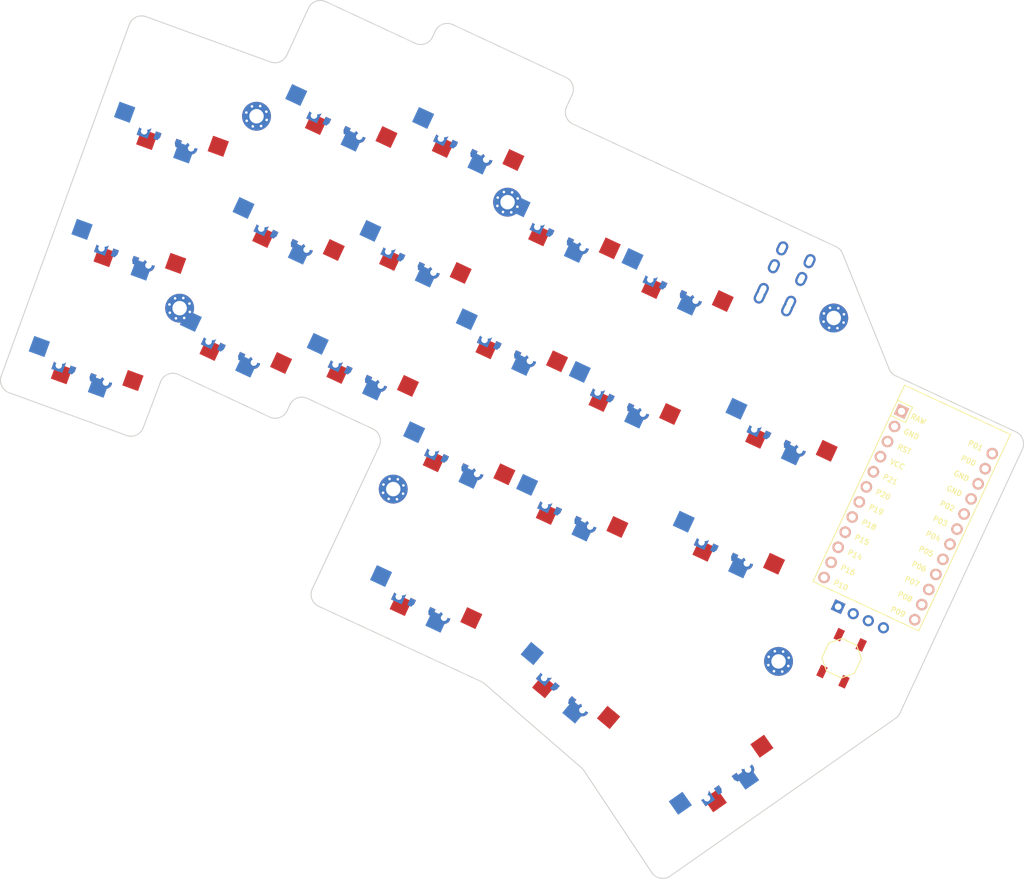
<source format=kicad_pcb>

            
(kicad_pcb (version 20171130) (host pcbnew 5.1.6)

  (page A3)
  (title_block
    (title cornish)
    (rev v1.0.0)
    (company Unknown)
  )

  (general
    (thickness 1.6)
  )

  (layers
    (0 F.Cu signal)
    (31 B.Cu signal)
    (32 B.Adhes user)
    (33 F.Adhes user)
    (34 B.Paste user)
    (35 F.Paste user)
    (36 B.SilkS user)
    (37 F.SilkS user)
    (38 B.Mask user)
    (39 F.Mask user)
    (40 Dwgs.User user)
    (41 Cmts.User user)
    (42 Eco1.User user)
    (43 Eco2.User user)
    (44 Edge.Cuts user)
    (45 Margin user)
    (46 B.CrtYd user)
    (47 F.CrtYd user)
    (48 B.Fab user)
    (49 F.Fab user)
  )

  (setup
    (last_trace_width 0.25)
    (trace_clearance 0.2)
    (zone_clearance 0.508)
    (zone_45_only no)
    (trace_min 0.2)
    (via_size 0.8)
    (via_drill 0.4)
    (via_min_size 0.4)
    (via_min_drill 0.3)
    (uvia_size 0.3)
    (uvia_drill 0.1)
    (uvias_allowed no)
    (uvia_min_size 0.2)
    (uvia_min_drill 0.1)
    (edge_width 0.05)
    (segment_width 0.2)
    (pcb_text_width 0.3)
    (pcb_text_size 1.5 1.5)
    (mod_edge_width 0.12)
    (mod_text_size 1 1)
    (mod_text_width 0.15)
    (pad_size 1.524 1.524)
    (pad_drill 0.762)
    (pad_to_mask_clearance 0.05)
    (aux_axis_origin 0 0)
    (visible_elements FFFFFF7F)
    (pcbplotparams
      (layerselection 0x010fc_ffffffff)
      (usegerberextensions false)
      (usegerberattributes true)
      (usegerberadvancedattributes true)
      (creategerberjobfile true)
      (excludeedgelayer true)
      (linewidth 0.100000)
      (plotframeref false)
      (viasonmask false)
      (mode 1)
      (useauxorigin false)
      (hpglpennumber 1)
      (hpglpenspeed 20)
      (hpglpendiameter 15.000000)
      (psnegative false)
      (psa4output false)
      (plotreference true)
      (plotvalue true)
      (plotinvisibletext false)
      (padsonsilk false)
      (subtractmaskfromsilk false)
      (outputformat 1)
      (mirror false)
      (drillshape 1)
      (scaleselection 1)
      (outputdirectory ""))
  )

            (net 0 "")
(net 1 "P9")
(net 2 "pinky_bottom")
(net 3 "pinky_home")
(net 4 "pinky_top")
(net 5 "P10")
(net 6 "ring_bottom")
(net 7 "ring_home")
(net 8 "ring_top")
(net 9 "P16")
(net 10 "middle_bottom")
(net 11 "middle_home")
(net 12 "middle_top")
(net 13 "P14")
(net 14 "index_bottom")
(net 15 "index_home")
(net 16 "index_top")
(net 17 "P15")
(net 18 "index2_bottom")
(net 19 "index2_home")
(net 20 "index2_top")
(net 21 "mod_cluster")
(net 22 "layer_cluster")
(net 23 "P18")
(net 24 "space_cluster")
(net 25 "media_one")
(net 26 "media_two")
(net 27 "P19")
(net 28 "P20")
(net 29 "P21")
(net 30 "P4")
(net 31 "RAW")
(net 32 "GND")
(net 33 "RST")
(net 34 "VCC")
(net 35 "P1")
(net 36 "P0")
(net 37 "P2")
(net 38 "P3")
(net 39 "P5")
(net 40 "P6")
(net 41 "P7")
(net 42 "P8")
            
  (net_class Default "This is the default net class."
    (clearance 0.2)
    (trace_width 0.25)
    (via_dia 0.8)
    (via_drill 0.4)
    (uvia_dia 0.3)
    (uvia_drill 0.1)
    (add_net "")
(add_net "P9")
(add_net "pinky_bottom")
(add_net "pinky_home")
(add_net "pinky_top")
(add_net "P10")
(add_net "ring_bottom")
(add_net "ring_home")
(add_net "ring_top")
(add_net "P16")
(add_net "middle_bottom")
(add_net "middle_home")
(add_net "middle_top")
(add_net "P14")
(add_net "index_bottom")
(add_net "index_home")
(add_net "index_top")
(add_net "P15")
(add_net "index2_bottom")
(add_net "index2_home")
(add_net "index2_top")
(add_net "mod_cluster")
(add_net "layer_cluster")
(add_net "P18")
(add_net "space_cluster")
(add_net "media_one")
(add_net "media_two")
(add_net "P19")
(add_net "P20")
(add_net "P21")
(add_net "P4")
(add_net "RAW")
(add_net "GND")
(add_net "RST")
(add_net "VCC")
(add_net "P1")
(add_net "P0")
(add_net "P2")
(add_net "P3")
(add_net "P5")
(add_net "P6")
(add_net "P7")
(add_net "P8")
  )

            
        
      (module MX-Low-Profile (layer F.Cu) (tedit 5DD4F777)
      (at 145.2032617 127.3421093 -20)

      
      (fp_text reference "S1" (at 0 -7.14375 180) (layer Dwgs.User) hide (effects (font (size 1 1) (thickness 0.15))))
      (fp_text value MXLP (at 0 -5.08 180) (layer F.SilkS) hide (effects (font (size 1.27 1.27) (thickness 0.15))))

      
      (fp_line (start -6.95 -5.95) (end -6.95 -6.95) (layer Dwgs.User) (width 0.15))
      (fp_line (start -6.95 6.95) (end -5.95 6.95) (layer Dwgs.User) (width 0.15))
      (fp_line (start -5.95 -6.95) (end -6.95 -6.95) (layer Dwgs.User) (width 0.15))
      (fp_line (start -6.95 6.95) (end -6.95 5.95) (layer Dwgs.User) (width 0.15))
      (fp_line (start 6.95 5.95) (end 6.95 6.95) (layer Dwgs.User) (width 0.15))
      (fp_line (start 6.95 -6.95) (end 5.95 -6.95) (layer Dwgs.User) (width 0.15))
      (fp_line (start 5.95 6.95) (end 6.95 6.95) (layer Dwgs.User) (width 0.15))
      (fp_line (start 6.95 -6.95) (end 6.95 -5.95) (layer Dwgs.User) (width 0.15))
    
      
      (pad "" np_thru_hole circle (at 0 0 180) (size 6.25 6.25) (drill 6.25) (layers *.Cu *.Mask))

      
      (pad "" np_thru_hole circle (at 0 3.7 180) (size 2.3 2.3) (drill 2.3) (layers *.Cu *.Mask))

      
      (fp_line (start 7.5 7.5) (end -7.5 7.5) (layer Eco2.User) (width 0.15))
      (fp_line (start -7.5 7.5) (end -7.5 -7.5) (layer Eco2.User) (width 0.15))
      (fp_line (start -7.5 -7.5) (end 7.5 -7.5) (layer Eco2.User) (width 0.15))
      (fp_line (start 7.5 -7.5) (end 7.5 7.5) (layer Eco2.User) (width 0.15))
      
        
      
      (fp_line (start 9 8.5) (end -9 8.5) (layer Dwgs.User) (width 0.15))
      (fp_line (start -9 8.5) (end -9 -8.5) (layer Dwgs.User) (width 0.15))
      (fp_line (start -9 -8.5) (end 9 -8.5) (layer Dwgs.User) (width 0.15))
      (fp_line (start 9 -8.5) (end 9 8.5) (layer Dwgs.User) (width 0.15))
      
        
        
        (pad "" np_thru_hole circle (at 0 6.05 180) (size 3 3) (drill 3) (layers *.Cu *.Mask))
        (pad "" np_thru_hole circle (at -4.13 3.3 41.9) (size 3 3) (drill 3) (layers *.Cu *.Mask))
        
        
        (pad 1 smd rect (at -7.585 3.3 -20) (size 2.55 2.5) (layers B.Cu B.Paste B.Mask) (net 1 "P9"))
        (pad 2 smd rect (at 3 6.05 -20) (size 2.55 2.5) (layers B.Cu B.Paste B.Mask) (net 2 "pinky_bottom"))
        
        
        
        (pad "" np_thru_hole circle (at -0 6.05 180) (size 3 3) (drill 3) (layers *.Cu *.Mask))
        (pad "" np_thru_hole circle (at 4.13 3.3 41.9) (size 3 3) (drill 3) (layers *.Cu *.Mask))
        
        
        (pad 1 smd rect (at 7.585 3.3 -20) (size 2.55 2.5) (layers F.Cu F.Paste F.Mask) (net 1 "P9"))
        (pad 2 smd rect (at -3 6.05 -20) (size 2.55 2.5) (layers F.Cu F.Paste F.Mask) (net 2 "pinky_bottom"))
        )
        

        
      (module MX-Low-Profile (layer F.Cu) (tedit 5DD4F777)
      (at 151.7016444 109.4879495 -20)

      
      (fp_text reference "S2" (at 0 -7.14375 180) (layer Dwgs.User) hide (effects (font (size 1 1) (thickness 0.15))))
      (fp_text value MXLP (at 0 -5.08 180) (layer F.SilkS) hide (effects (font (size 1.27 1.27) (thickness 0.15))))

      
      (fp_line (start -6.95 -5.95) (end -6.95 -6.95) (layer Dwgs.User) (width 0.15))
      (fp_line (start -6.95 6.95) (end -5.95 6.95) (layer Dwgs.User) (width 0.15))
      (fp_line (start -5.95 -6.95) (end -6.95 -6.95) (layer Dwgs.User) (width 0.15))
      (fp_line (start -6.95 6.95) (end -6.95 5.95) (layer Dwgs.User) (width 0.15))
      (fp_line (start 6.95 5.95) (end 6.95 6.95) (layer Dwgs.User) (width 0.15))
      (fp_line (start 6.95 -6.95) (end 5.95 -6.95) (layer Dwgs.User) (width 0.15))
      (fp_line (start 5.95 6.95) (end 6.95 6.95) (layer Dwgs.User) (width 0.15))
      (fp_line (start 6.95 -6.95) (end 6.95 -5.95) (layer Dwgs.User) (width 0.15))
    
      
      (pad "" np_thru_hole circle (at 0 0 180) (size 6.25 6.25) (drill 6.25) (layers *.Cu *.Mask))

      
      (pad "" np_thru_hole circle (at 0 3.7 180) (size 2.3 2.3) (drill 2.3) (layers *.Cu *.Mask))

      
      (fp_line (start 7.5 7.5) (end -7.5 7.5) (layer Eco2.User) (width 0.15))
      (fp_line (start -7.5 7.5) (end -7.5 -7.5) (layer Eco2.User) (width 0.15))
      (fp_line (start -7.5 -7.5) (end 7.5 -7.5) (layer Eco2.User) (width 0.15))
      (fp_line (start 7.5 -7.5) (end 7.5 7.5) (layer Eco2.User) (width 0.15))
      
        
      
      (fp_line (start 9 8.5) (end -9 8.5) (layer Dwgs.User) (width 0.15))
      (fp_line (start -9 8.5) (end -9 -8.5) (layer Dwgs.User) (width 0.15))
      (fp_line (start -9 -8.5) (end 9 -8.5) (layer Dwgs.User) (width 0.15))
      (fp_line (start 9 -8.5) (end 9 8.5) (layer Dwgs.User) (width 0.15))
      
        
        
        (pad "" np_thru_hole circle (at 0 6.05 180) (size 3 3) (drill 3) (layers *.Cu *.Mask))
        (pad "" np_thru_hole circle (at -4.13 3.3 41.9) (size 3 3) (drill 3) (layers *.Cu *.Mask))
        
        
        (pad 1 smd rect (at -7.585 3.3 -20) (size 2.55 2.5) (layers B.Cu B.Paste B.Mask) (net 1 "P9"))
        (pad 2 smd rect (at 3 6.05 -20) (size 2.55 2.5) (layers B.Cu B.Paste B.Mask) (net 3 "pinky_home"))
        
        
        
        (pad "" np_thru_hole circle (at -0 6.05 180) (size 3 3) (drill 3) (layers *.Cu *.Mask))
        (pad "" np_thru_hole circle (at 4.13 3.3 41.9) (size 3 3) (drill 3) (layers *.Cu *.Mask))
        
        
        (pad 1 smd rect (at 7.585 3.3 -20) (size 2.55 2.5) (layers F.Cu F.Paste F.Mask) (net 1 "P9"))
        (pad 2 smd rect (at -3 6.05 -20) (size 2.55 2.5) (layers F.Cu F.Paste F.Mask) (net 3 "pinky_home"))
        )
        

        
      (module MX-Low-Profile (layer F.Cu) (tedit 5DD4F777)
      (at 158.2000272 91.6337897 -20)

      
      (fp_text reference "S3" (at 0 -7.14375 180) (layer Dwgs.User) hide (effects (font (size 1 1) (thickness 0.15))))
      (fp_text value MXLP (at 0 -5.08 180) (layer F.SilkS) hide (effects (font (size 1.27 1.27) (thickness 0.15))))

      
      (fp_line (start -6.95 -5.95) (end -6.95 -6.95) (layer Dwgs.User) (width 0.15))
      (fp_line (start -6.95 6.95) (end -5.95 6.95) (layer Dwgs.User) (width 0.15))
      (fp_line (start -5.95 -6.95) (end -6.95 -6.95) (layer Dwgs.User) (width 0.15))
      (fp_line (start -6.95 6.95) (end -6.95 5.95) (layer Dwgs.User) (width 0.15))
      (fp_line (start 6.95 5.95) (end 6.95 6.95) (layer Dwgs.User) (width 0.15))
      (fp_line (start 6.95 -6.95) (end 5.95 -6.95) (layer Dwgs.User) (width 0.15))
      (fp_line (start 5.95 6.95) (end 6.95 6.95) (layer Dwgs.User) (width 0.15))
      (fp_line (start 6.95 -6.95) (end 6.95 -5.95) (layer Dwgs.User) (width 0.15))
    
      
      (pad "" np_thru_hole circle (at 0 0 180) (size 6.25 6.25) (drill 6.25) (layers *.Cu *.Mask))

      
      (pad "" np_thru_hole circle (at 0 3.7 180) (size 2.3 2.3) (drill 2.3) (layers *.Cu *.Mask))

      
      (fp_line (start 7.5 7.5) (end -7.5 7.5) (layer Eco2.User) (width 0.15))
      (fp_line (start -7.5 7.5) (end -7.5 -7.5) (layer Eco2.User) (width 0.15))
      (fp_line (start -7.5 -7.5) (end 7.5 -7.5) (layer Eco2.User) (width 0.15))
      (fp_line (start 7.5 -7.5) (end 7.5 7.5) (layer Eco2.User) (width 0.15))
      
        
      
      (fp_line (start 9 8.5) (end -9 8.5) (layer Dwgs.User) (width 0.15))
      (fp_line (start -9 8.5) (end -9 -8.5) (layer Dwgs.User) (width 0.15))
      (fp_line (start -9 -8.5) (end 9 -8.5) (layer Dwgs.User) (width 0.15))
      (fp_line (start 9 -8.5) (end 9 8.5) (layer Dwgs.User) (width 0.15))
      
        
        
        (pad "" np_thru_hole circle (at 0 6.05 180) (size 3 3) (drill 3) (layers *.Cu *.Mask))
        (pad "" np_thru_hole circle (at -4.13 3.3 41.9) (size 3 3) (drill 3) (layers *.Cu *.Mask))
        
        
        (pad 1 smd rect (at -7.585 3.3 -20) (size 2.55 2.5) (layers B.Cu B.Paste B.Mask) (net 1 "P9"))
        (pad 2 smd rect (at 3 6.05 -20) (size 2.55 2.5) (layers B.Cu B.Paste B.Mask) (net 4 "pinky_top"))
        
        
        
        (pad "" np_thru_hole circle (at -0 6.05 180) (size 3 3) (drill 3) (layers *.Cu *.Mask))
        (pad "" np_thru_hole circle (at 4.13 3.3 41.9) (size 3 3) (drill 3) (layers *.Cu *.Mask))
        
        
        (pad 1 smd rect (at 7.585 3.3 -20) (size 2.55 2.5) (layers F.Cu F.Paste F.Mask) (net 1 "P9"))
        (pad 2 smd rect (at -3 6.05 -20) (size 2.55 2.5) (layers F.Cu F.Paste F.Mask) (net 4 "pinky_top"))
        )
        

        
      (module MX-Low-Profile (layer F.Cu) (tedit 5DD4F777)
      (at 168.2924095 124.1656697 -25)

      
      (fp_text reference "S4" (at 0 -7.14375 180) (layer Dwgs.User) hide (effects (font (size 1 1) (thickness 0.15))))
      (fp_text value MXLP (at 0 -5.08 180) (layer F.SilkS) hide (effects (font (size 1.27 1.27) (thickness 0.15))))

      
      (fp_line (start -6.95 -5.95) (end -6.95 -6.95) (layer Dwgs.User) (width 0.15))
      (fp_line (start -6.95 6.95) (end -5.95 6.95) (layer Dwgs.User) (width 0.15))
      (fp_line (start -5.95 -6.95) (end -6.95 -6.95) (layer Dwgs.User) (width 0.15))
      (fp_line (start -6.95 6.95) (end -6.95 5.95) (layer Dwgs.User) (width 0.15))
      (fp_line (start 6.95 5.95) (end 6.95 6.95) (layer Dwgs.User) (width 0.15))
      (fp_line (start 6.95 -6.95) (end 5.95 -6.95) (layer Dwgs.User) (width 0.15))
      (fp_line (start 5.95 6.95) (end 6.95 6.95) (layer Dwgs.User) (width 0.15))
      (fp_line (start 6.95 -6.95) (end 6.95 -5.95) (layer Dwgs.User) (width 0.15))
    
      
      (pad "" np_thru_hole circle (at 0 0 180) (size 6.25 6.25) (drill 6.25) (layers *.Cu *.Mask))

      
      (pad "" np_thru_hole circle (at 0 3.7 180) (size 2.3 2.3) (drill 2.3) (layers *.Cu *.Mask))

      
      (fp_line (start 7.5 7.5) (end -7.5 7.5) (layer Eco2.User) (width 0.15))
      (fp_line (start -7.5 7.5) (end -7.5 -7.5) (layer Eco2.User) (width 0.15))
      (fp_line (start -7.5 -7.5) (end 7.5 -7.5) (layer Eco2.User) (width 0.15))
      (fp_line (start 7.5 -7.5) (end 7.5 7.5) (layer Eco2.User) (width 0.15))
      
        
      
      (fp_line (start 9 8.5) (end -9 8.5) (layer Dwgs.User) (width 0.15))
      (fp_line (start -9 8.5) (end -9 -8.5) (layer Dwgs.User) (width 0.15))
      (fp_line (start -9 -8.5) (end 9 -8.5) (layer Dwgs.User) (width 0.15))
      (fp_line (start 9 -8.5) (end 9 8.5) (layer Dwgs.User) (width 0.15))
      
        
        
        (pad "" np_thru_hole circle (at 0 6.05 180) (size 3 3) (drill 3) (layers *.Cu *.Mask))
        (pad "" np_thru_hole circle (at -4.13 3.3 41.9) (size 3 3) (drill 3) (layers *.Cu *.Mask))
        
        
        (pad 1 smd rect (at -7.585 3.3 -25) (size 2.55 2.5) (layers B.Cu B.Paste B.Mask) (net 5 "P10"))
        (pad 2 smd rect (at 3 6.05 -25) (size 2.55 2.5) (layers B.Cu B.Paste B.Mask) (net 6 "ring_bottom"))
        
        
        
        (pad "" np_thru_hole circle (at -0 6.05 180) (size 3 3) (drill 3) (layers *.Cu *.Mask))
        (pad "" np_thru_hole circle (at 4.13 3.3 41.9) (size 3 3) (drill 3) (layers *.Cu *.Mask))
        
        
        (pad 1 smd rect (at 7.585 3.3 -25) (size 2.55 2.5) (layers F.Cu F.Paste F.Mask) (net 5 "P10"))
        (pad 2 smd rect (at -3 6.05 -25) (size 2.55 2.5) (layers F.Cu F.Paste F.Mask) (net 6 "ring_bottom"))
        )
        

        
      (module MX-Low-Profile (layer F.Cu) (tedit 5DD4F777)
      (at 176.3221565 106.9458218 -25)

      
      (fp_text reference "S5" (at 0 -7.14375 180) (layer Dwgs.User) hide (effects (font (size 1 1) (thickness 0.15))))
      (fp_text value MXLP (at 0 -5.08 180) (layer F.SilkS) hide (effects (font (size 1.27 1.27) (thickness 0.15))))

      
      (fp_line (start -6.95 -5.95) (end -6.95 -6.95) (layer Dwgs.User) (width 0.15))
      (fp_line (start -6.95 6.95) (end -5.95 6.95) (layer Dwgs.User) (width 0.15))
      (fp_line (start -5.95 -6.95) (end -6.95 -6.95) (layer Dwgs.User) (width 0.15))
      (fp_line (start -6.95 6.95) (end -6.95 5.95) (layer Dwgs.User) (width 0.15))
      (fp_line (start 6.95 5.95) (end 6.95 6.95) (layer Dwgs.User) (width 0.15))
      (fp_line (start 6.95 -6.95) (end 5.95 -6.95) (layer Dwgs.User) (width 0.15))
      (fp_line (start 5.95 6.95) (end 6.95 6.95) (layer Dwgs.User) (width 0.15))
      (fp_line (start 6.95 -6.95) (end 6.95 -5.95) (layer Dwgs.User) (width 0.15))
    
      
      (pad "" np_thru_hole circle (at 0 0 180) (size 6.25 6.25) (drill 6.25) (layers *.Cu *.Mask))

      
      (pad "" np_thru_hole circle (at 0 3.7 180) (size 2.3 2.3) (drill 2.3) (layers *.Cu *.Mask))

      
      (fp_line (start 7.5 7.5) (end -7.5 7.5) (layer Eco2.User) (width 0.15))
      (fp_line (start -7.5 7.5) (end -7.5 -7.5) (layer Eco2.User) (width 0.15))
      (fp_line (start -7.5 -7.5) (end 7.5 -7.5) (layer Eco2.User) (width 0.15))
      (fp_line (start 7.5 -7.5) (end 7.5 7.5) (layer Eco2.User) (width 0.15))
      
        
      
      (fp_line (start 9 8.5) (end -9 8.5) (layer Dwgs.User) (width 0.15))
      (fp_line (start -9 8.5) (end -9 -8.5) (layer Dwgs.User) (width 0.15))
      (fp_line (start -9 -8.5) (end 9 -8.5) (layer Dwgs.User) (width 0.15))
      (fp_line (start 9 -8.5) (end 9 8.5) (layer Dwgs.User) (width 0.15))
      
        
        
        (pad "" np_thru_hole circle (at 0 6.05 180) (size 3 3) (drill 3) (layers *.Cu *.Mask))
        (pad "" np_thru_hole circle (at -4.13 3.3 41.9) (size 3 3) (drill 3) (layers *.Cu *.Mask))
        
        
        (pad 1 smd rect (at -7.585 3.3 -25) (size 2.55 2.5) (layers B.Cu B.Paste B.Mask) (net 5 "P10"))
        (pad 2 smd rect (at 3 6.05 -25) (size 2.55 2.5) (layers B.Cu B.Paste B.Mask) (net 7 "ring_home"))
        
        
        
        (pad "" np_thru_hole circle (at -0 6.05 180) (size 3 3) (drill 3) (layers *.Cu *.Mask))
        (pad "" np_thru_hole circle (at 4.13 3.3 41.9) (size 3 3) (drill 3) (layers *.Cu *.Mask))
        
        
        (pad 1 smd rect (at 7.585 3.3 -25) (size 2.55 2.5) (layers F.Cu F.Paste F.Mask) (net 5 "P10"))
        (pad 2 smd rect (at -3 6.05 -25) (size 2.55 2.5) (layers F.Cu F.Paste F.Mask) (net 7 "ring_home"))
        )
        

        
      (module MX-Low-Profile (layer F.Cu) (tedit 5DD4F777)
      (at 184.3519034 89.7259738 -25)

      
      (fp_text reference "S6" (at 0 -7.14375 180) (layer Dwgs.User) hide (effects (font (size 1 1) (thickness 0.15))))
      (fp_text value MXLP (at 0 -5.08 180) (layer F.SilkS) hide (effects (font (size 1.27 1.27) (thickness 0.15))))

      
      (fp_line (start -6.95 -5.95) (end -6.95 -6.95) (layer Dwgs.User) (width 0.15))
      (fp_line (start -6.95 6.95) (end -5.95 6.95) (layer Dwgs.User) (width 0.15))
      (fp_line (start -5.95 -6.95) (end -6.95 -6.95) (layer Dwgs.User) (width 0.15))
      (fp_line (start -6.95 6.95) (end -6.95 5.95) (layer Dwgs.User) (width 0.15))
      (fp_line (start 6.95 5.95) (end 6.95 6.95) (layer Dwgs.User) (width 0.15))
      (fp_line (start 6.95 -6.95) (end 5.95 -6.95) (layer Dwgs.User) (width 0.15))
      (fp_line (start 5.95 6.95) (end 6.95 6.95) (layer Dwgs.User) (width 0.15))
      (fp_line (start 6.95 -6.95) (end 6.95 -5.95) (layer Dwgs.User) (width 0.15))
    
      
      (pad "" np_thru_hole circle (at 0 0 180) (size 6.25 6.25) (drill 6.25) (layers *.Cu *.Mask))

      
      (pad "" np_thru_hole circle (at 0 3.7 180) (size 2.3 2.3) (drill 2.3) (layers *.Cu *.Mask))

      
      (fp_line (start 7.5 7.5) (end -7.5 7.5) (layer Eco2.User) (width 0.15))
      (fp_line (start -7.5 7.5) (end -7.5 -7.5) (layer Eco2.User) (width 0.15))
      (fp_line (start -7.5 -7.5) (end 7.5 -7.5) (layer Eco2.User) (width 0.15))
      (fp_line (start 7.5 -7.5) (end 7.5 7.5) (layer Eco2.User) (width 0.15))
      
        
      
      (fp_line (start 9 8.5) (end -9 8.5) (layer Dwgs.User) (width 0.15))
      (fp_line (start -9 8.5) (end -9 -8.5) (layer Dwgs.User) (width 0.15))
      (fp_line (start -9 -8.5) (end 9 -8.5) (layer Dwgs.User) (width 0.15))
      (fp_line (start 9 -8.5) (end 9 8.5) (layer Dwgs.User) (width 0.15))
      
        
        
        (pad "" np_thru_hole circle (at 0 6.05 180) (size 3 3) (drill 3) (layers *.Cu *.Mask))
        (pad "" np_thru_hole circle (at -4.13 3.3 41.9) (size 3 3) (drill 3) (layers *.Cu *.Mask))
        
        
        (pad 1 smd rect (at -7.585 3.3 -25) (size 2.55 2.5) (layers B.Cu B.Paste B.Mask) (net 5 "P10"))
        (pad 2 smd rect (at 3 6.05 -25) (size 2.55 2.5) (layers B.Cu B.Paste B.Mask) (net 8 "ring_top"))
        
        
        
        (pad "" np_thru_hole circle (at -0 6.05 180) (size 3 3) (drill 3) (layers *.Cu *.Mask))
        (pad "" np_thru_hole circle (at 4.13 3.3 41.9) (size 3 3) (drill 3) (layers *.Cu *.Mask))
        
        
        (pad 1 smd rect (at 7.585 3.3 -25) (size 2.55 2.5) (layers F.Cu F.Paste F.Mask) (net 5 "P10"))
        (pad 2 smd rect (at -3 6.05 -25) (size 2.55 2.5) (layers F.Cu F.Paste F.Mask) (net 8 "ring_top"))
        )
        

        
      (module MX-Low-Profile (layer F.Cu) (tedit 5DD4F777)
      (at 187.6253488 127.6638779 -25)

      
      (fp_text reference "S7" (at 0 -7.14375 180) (layer Dwgs.User) hide (effects (font (size 1 1) (thickness 0.15))))
      (fp_text value MXLP (at 0 -5.08 180) (layer F.SilkS) hide (effects (font (size 1.27 1.27) (thickness 0.15))))

      
      (fp_line (start -6.95 -5.95) (end -6.95 -6.95) (layer Dwgs.User) (width 0.15))
      (fp_line (start -6.95 6.95) (end -5.95 6.95) (layer Dwgs.User) (width 0.15))
      (fp_line (start -5.95 -6.95) (end -6.95 -6.95) (layer Dwgs.User) (width 0.15))
      (fp_line (start -6.95 6.95) (end -6.95 5.95) (layer Dwgs.User) (width 0.15))
      (fp_line (start 6.95 5.95) (end 6.95 6.95) (layer Dwgs.User) (width 0.15))
      (fp_line (start 6.95 -6.95) (end 5.95 -6.95) (layer Dwgs.User) (width 0.15))
      (fp_line (start 5.95 6.95) (end 6.95 6.95) (layer Dwgs.User) (width 0.15))
      (fp_line (start 6.95 -6.95) (end 6.95 -5.95) (layer Dwgs.User) (width 0.15))
    
      
      (pad "" np_thru_hole circle (at 0 0 180) (size 6.25 6.25) (drill 6.25) (layers *.Cu *.Mask))

      
      (pad "" np_thru_hole circle (at 0 3.7 180) (size 2.3 2.3) (drill 2.3) (layers *.Cu *.Mask))

      
      (fp_line (start 7.5 7.5) (end -7.5 7.5) (layer Eco2.User) (width 0.15))
      (fp_line (start -7.5 7.5) (end -7.5 -7.5) (layer Eco2.User) (width 0.15))
      (fp_line (start -7.5 -7.5) (end 7.5 -7.5) (layer Eco2.User) (width 0.15))
      (fp_line (start 7.5 -7.5) (end 7.5 7.5) (layer Eco2.User) (width 0.15))
      
        
      
      (fp_line (start 9 8.5) (end -9 8.5) (layer Dwgs.User) (width 0.15))
      (fp_line (start -9 8.5) (end -9 -8.5) (layer Dwgs.User) (width 0.15))
      (fp_line (start -9 -8.5) (end 9 -8.5) (layer Dwgs.User) (width 0.15))
      (fp_line (start 9 -8.5) (end 9 8.5) (layer Dwgs.User) (width 0.15))
      
        
        
        (pad "" np_thru_hole circle (at 0 6.05 180) (size 3 3) (drill 3) (layers *.Cu *.Mask))
        (pad "" np_thru_hole circle (at -4.13 3.3 41.9) (size 3 3) (drill 3) (layers *.Cu *.Mask))
        
        
        (pad 1 smd rect (at -7.585 3.3 -25) (size 2.55 2.5) (layers B.Cu B.Paste B.Mask) (net 9 "P16"))
        (pad 2 smd rect (at 3 6.05 -25) (size 2.55 2.5) (layers B.Cu B.Paste B.Mask) (net 10 "middle_bottom"))
        
        
        
        (pad "" np_thru_hole circle (at -0 6.05 180) (size 3 3) (drill 3) (layers *.Cu *.Mask))
        (pad "" np_thru_hole circle (at 4.13 3.3 41.9) (size 3 3) (drill 3) (layers *.Cu *.Mask))
        
        
        (pad 1 smd rect (at 7.585 3.3 -25) (size 2.55 2.5) (layers F.Cu F.Paste F.Mask) (net 9 "P16"))
        (pad 2 smd rect (at -3 6.05 -25) (size 2.55 2.5) (layers F.Cu F.Paste F.Mask) (net 10 "middle_bottom"))
        )
        

        
      (module MX-Low-Profile (layer F.Cu) (tedit 5DD4F777)
      (at 195.6550957 110.4440299 -25)

      
      (fp_text reference "S8" (at 0 -7.14375 180) (layer Dwgs.User) hide (effects (font (size 1 1) (thickness 0.15))))
      (fp_text value MXLP (at 0 -5.08 180) (layer F.SilkS) hide (effects (font (size 1.27 1.27) (thickness 0.15))))

      
      (fp_line (start -6.95 -5.95) (end -6.95 -6.95) (layer Dwgs.User) (width 0.15))
      (fp_line (start -6.95 6.95) (end -5.95 6.95) (layer Dwgs.User) (width 0.15))
      (fp_line (start -5.95 -6.95) (end -6.95 -6.95) (layer Dwgs.User) (width 0.15))
      (fp_line (start -6.95 6.95) (end -6.95 5.95) (layer Dwgs.User) (width 0.15))
      (fp_line (start 6.95 5.95) (end 6.95 6.95) (layer Dwgs.User) (width 0.15))
      (fp_line (start 6.95 -6.95) (end 5.95 -6.95) (layer Dwgs.User) (width 0.15))
      (fp_line (start 5.95 6.95) (end 6.95 6.95) (layer Dwgs.User) (width 0.15))
      (fp_line (start 6.95 -6.95) (end 6.95 -5.95) (layer Dwgs.User) (width 0.15))
    
      
      (pad "" np_thru_hole circle (at 0 0 180) (size 6.25 6.25) (drill 6.25) (layers *.Cu *.Mask))

      
      (pad "" np_thru_hole circle (at 0 3.7 180) (size 2.3 2.3) (drill 2.3) (layers *.Cu *.Mask))

      
      (fp_line (start 7.5 7.5) (end -7.5 7.5) (layer Eco2.User) (width 0.15))
      (fp_line (start -7.5 7.5) (end -7.5 -7.5) (layer Eco2.User) (width 0.15))
      (fp_line (start -7.5 -7.5) (end 7.5 -7.5) (layer Eco2.User) (width 0.15))
      (fp_line (start 7.5 -7.5) (end 7.5 7.5) (layer Eco2.User) (width 0.15))
      
        
      
      (fp_line (start 9 8.5) (end -9 8.5) (layer Dwgs.User) (width 0.15))
      (fp_line (start -9 8.5) (end -9 -8.5) (layer Dwgs.User) (width 0.15))
      (fp_line (start -9 -8.5) (end 9 -8.5) (layer Dwgs.User) (width 0.15))
      (fp_line (start 9 -8.5) (end 9 8.5) (layer Dwgs.User) (width 0.15))
      
        
        
        (pad "" np_thru_hole circle (at 0 6.05 180) (size 3 3) (drill 3) (layers *.Cu *.Mask))
        (pad "" np_thru_hole circle (at -4.13 3.3 41.9) (size 3 3) (drill 3) (layers *.Cu *.Mask))
        
        
        (pad 1 smd rect (at -7.585 3.3 -25) (size 2.55 2.5) (layers B.Cu B.Paste B.Mask) (net 9 "P16"))
        (pad 2 smd rect (at 3 6.05 -25) (size 2.55 2.5) (layers B.Cu B.Paste B.Mask) (net 11 "middle_home"))
        
        
        
        (pad "" np_thru_hole circle (at -0 6.05 180) (size 3 3) (drill 3) (layers *.Cu *.Mask))
        (pad "" np_thru_hole circle (at 4.13 3.3 41.9) (size 3 3) (drill 3) (layers *.Cu *.Mask))
        
        
        (pad 1 smd rect (at 7.585 3.3 -25) (size 2.55 2.5) (layers F.Cu F.Paste F.Mask) (net 9 "P16"))
        (pad 2 smd rect (at -3 6.05 -25) (size 2.55 2.5) (layers F.Cu F.Paste F.Mask) (net 11 "middle_home"))
        )
        

        
      (module MX-Low-Profile (layer F.Cu) (tedit 5DD4F777)
      (at 203.6848427 93.2241819 -25)

      
      (fp_text reference "S9" (at 0 -7.14375 180) (layer Dwgs.User) hide (effects (font (size 1 1) (thickness 0.15))))
      (fp_text value MXLP (at 0 -5.08 180) (layer F.SilkS) hide (effects (font (size 1.27 1.27) (thickness 0.15))))

      
      (fp_line (start -6.95 -5.95) (end -6.95 -6.95) (layer Dwgs.User) (width 0.15))
      (fp_line (start -6.95 6.95) (end -5.95 6.95) (layer Dwgs.User) (width 0.15))
      (fp_line (start -5.95 -6.95) (end -6.95 -6.95) (layer Dwgs.User) (width 0.15))
      (fp_line (start -6.95 6.95) (end -6.95 5.95) (layer Dwgs.User) (width 0.15))
      (fp_line (start 6.95 5.95) (end 6.95 6.95) (layer Dwgs.User) (width 0.15))
      (fp_line (start 6.95 -6.95) (end 5.95 -6.95) (layer Dwgs.User) (width 0.15))
      (fp_line (start 5.95 6.95) (end 6.95 6.95) (layer Dwgs.User) (width 0.15))
      (fp_line (start 6.95 -6.95) (end 6.95 -5.95) (layer Dwgs.User) (width 0.15))
    
      
      (pad "" np_thru_hole circle (at 0 0 180) (size 6.25 6.25) (drill 6.25) (layers *.Cu *.Mask))

      
      (pad "" np_thru_hole circle (at 0 3.7 180) (size 2.3 2.3) (drill 2.3) (layers *.Cu *.Mask))

      
      (fp_line (start 7.5 7.5) (end -7.5 7.5) (layer Eco2.User) (width 0.15))
      (fp_line (start -7.5 7.5) (end -7.5 -7.5) (layer Eco2.User) (width 0.15))
      (fp_line (start -7.5 -7.5) (end 7.5 -7.5) (layer Eco2.User) (width 0.15))
      (fp_line (start 7.5 -7.5) (end 7.5 7.5) (layer Eco2.User) (width 0.15))
      
        
      
      (fp_line (start 9 8.5) (end -9 8.5) (layer Dwgs.User) (width 0.15))
      (fp_line (start -9 8.5) (end -9 -8.5) (layer Dwgs.User) (width 0.15))
      (fp_line (start -9 -8.5) (end 9 -8.5) (layer Dwgs.User) (width 0.15))
      (fp_line (start 9 -8.5) (end 9 8.5) (layer Dwgs.User) (width 0.15))
      
        
        
        (pad "" np_thru_hole circle (at 0 6.05 180) (size 3 3) (drill 3) (layers *.Cu *.Mask))
        (pad "" np_thru_hole circle (at -4.13 3.3 41.9) (size 3 3) (drill 3) (layers *.Cu *.Mask))
        
        
        (pad 1 smd rect (at -7.585 3.3 -25) (size 2.55 2.5) (layers B.Cu B.Paste B.Mask) (net 9 "P16"))
        (pad 2 smd rect (at 3 6.05 -25) (size 2.55 2.5) (layers B.Cu B.Paste B.Mask) (net 12 "middle_top"))
        
        
        
        (pad "" np_thru_hole circle (at -0 6.05 180) (size 3 3) (drill 3) (layers *.Cu *.Mask))
        (pad "" np_thru_hole circle (at 4.13 3.3 41.9) (size 3 3) (drill 3) (layers *.Cu *.Mask))
        
        
        (pad 1 smd rect (at 7.585 3.3 -25) (size 2.55 2.5) (layers F.Cu F.Paste F.Mask) (net 9 "P16"))
        (pad 2 smd rect (at -3 6.05 -25) (size 2.55 2.5) (layers F.Cu F.Paste F.Mask) (net 12 "middle_top"))
        )
        

        
      (module MX-Low-Profile (layer F.Cu) (tedit 5DD4F777)
      (at 202.3094871 141.1314716 -25)

      
      (fp_text reference "S10" (at 0 -7.14375 180) (layer Dwgs.User) hide (effects (font (size 1 1) (thickness 0.15))))
      (fp_text value MXLP (at 0 -5.08 180) (layer F.SilkS) hide (effects (font (size 1.27 1.27) (thickness 0.15))))

      
      (fp_line (start -6.95 -5.95) (end -6.95 -6.95) (layer Dwgs.User) (width 0.15))
      (fp_line (start -6.95 6.95) (end -5.95 6.95) (layer Dwgs.User) (width 0.15))
      (fp_line (start -5.95 -6.95) (end -6.95 -6.95) (layer Dwgs.User) (width 0.15))
      (fp_line (start -6.95 6.95) (end -6.95 5.95) (layer Dwgs.User) (width 0.15))
      (fp_line (start 6.95 5.95) (end 6.95 6.95) (layer Dwgs.User) (width 0.15))
      (fp_line (start 6.95 -6.95) (end 5.95 -6.95) (layer Dwgs.User) (width 0.15))
      (fp_line (start 5.95 6.95) (end 6.95 6.95) (layer Dwgs.User) (width 0.15))
      (fp_line (start 6.95 -6.95) (end 6.95 -5.95) (layer Dwgs.User) (width 0.15))
    
      
      (pad "" np_thru_hole circle (at 0 0 180) (size 6.25 6.25) (drill 6.25) (layers *.Cu *.Mask))

      
      (pad "" np_thru_hole circle (at 0 3.7 180) (size 2.3 2.3) (drill 2.3) (layers *.Cu *.Mask))

      
      (fp_line (start 7.5 7.5) (end -7.5 7.5) (layer Eco2.User) (width 0.15))
      (fp_line (start -7.5 7.5) (end -7.5 -7.5) (layer Eco2.User) (width 0.15))
      (fp_line (start -7.5 -7.5) (end 7.5 -7.5) (layer Eco2.User) (width 0.15))
      (fp_line (start 7.5 -7.5) (end 7.5 7.5) (layer Eco2.User) (width 0.15))
      
        
      
      (fp_line (start 9 8.5) (end -9 8.5) (layer Dwgs.User) (width 0.15))
      (fp_line (start -9 8.5) (end -9 -8.5) (layer Dwgs.User) (width 0.15))
      (fp_line (start -9 -8.5) (end 9 -8.5) (layer Dwgs.User) (width 0.15))
      (fp_line (start 9 -8.5) (end 9 8.5) (layer Dwgs.User) (width 0.15))
      
        
        
        (pad "" np_thru_hole circle (at 0 6.05 180) (size 3 3) (drill 3) (layers *.Cu *.Mask))
        (pad "" np_thru_hole circle (at -4.13 3.3 41.9) (size 3 3) (drill 3) (layers *.Cu *.Mask))
        
        
        (pad 1 smd rect (at -7.585 3.3 -25) (size 2.55 2.5) (layers B.Cu B.Paste B.Mask) (net 13 "P14"))
        (pad 2 smd rect (at 3 6.05 -25) (size 2.55 2.5) (layers B.Cu B.Paste B.Mask) (net 14 "index_bottom"))
        
        
        
        (pad "" np_thru_hole circle (at -0 6.05 180) (size 3 3) (drill 3) (layers *.Cu *.Mask))
        (pad "" np_thru_hole circle (at 4.13 3.3 41.9) (size 3 3) (drill 3) (layers *.Cu *.Mask))
        
        
        (pad 1 smd rect (at 7.585 3.3 -25) (size 2.55 2.5) (layers F.Cu F.Paste F.Mask) (net 13 "P14"))
        (pad 2 smd rect (at -3 6.05 -25) (size 2.55 2.5) (layers F.Cu F.Paste F.Mask) (net 14 "index_bottom"))
        )
        

        
      (module MX-Low-Profile (layer F.Cu) (tedit 5DD4F777)
      (at 210.3392341 123.9116236 -25)

      
      (fp_text reference "S11" (at 0 -7.14375 180) (layer Dwgs.User) hide (effects (font (size 1 1) (thickness 0.15))))
      (fp_text value MXLP (at 0 -5.08 180) (layer F.SilkS) hide (effects (font (size 1.27 1.27) (thickness 0.15))))

      
      (fp_line (start -6.95 -5.95) (end -6.95 -6.95) (layer Dwgs.User) (width 0.15))
      (fp_line (start -6.95 6.95) (end -5.95 6.95) (layer Dwgs.User) (width 0.15))
      (fp_line (start -5.95 -6.95) (end -6.95 -6.95) (layer Dwgs.User) (width 0.15))
      (fp_line (start -6.95 6.95) (end -6.95 5.95) (layer Dwgs.User) (width 0.15))
      (fp_line (start 6.95 5.95) (end 6.95 6.95) (layer Dwgs.User) (width 0.15))
      (fp_line (start 6.95 -6.95) (end 5.95 -6.95) (layer Dwgs.User) (width 0.15))
      (fp_line (start 5.95 6.95) (end 6.95 6.95) (layer Dwgs.User) (width 0.15))
      (fp_line (start 6.95 -6.95) (end 6.95 -5.95) (layer Dwgs.User) (width 0.15))
    
      
      (pad "" np_thru_hole circle (at 0 0 180) (size 6.25 6.25) (drill 6.25) (layers *.Cu *.Mask))

      
      (pad "" np_thru_hole circle (at 0 3.7 180) (size 2.3 2.3) (drill 2.3) (layers *.Cu *.Mask))

      
      (fp_line (start 7.5 7.5) (end -7.5 7.5) (layer Eco2.User) (width 0.15))
      (fp_line (start -7.5 7.5) (end -7.5 -7.5) (layer Eco2.User) (width 0.15))
      (fp_line (start -7.5 -7.5) (end 7.5 -7.5) (layer Eco2.User) (width 0.15))
      (fp_line (start 7.5 -7.5) (end 7.5 7.5) (layer Eco2.User) (width 0.15))
      
        
      
      (fp_line (start 9 8.5) (end -9 8.5) (layer Dwgs.User) (width 0.15))
      (fp_line (start -9 8.5) (end -9 -8.5) (layer Dwgs.User) (width 0.15))
      (fp_line (start -9 -8.5) (end 9 -8.5) (layer Dwgs.User) (width 0.15))
      (fp_line (start 9 -8.5) (end 9 8.5) (layer Dwgs.User) (width 0.15))
      
        
        
        (pad "" np_thru_hole circle (at 0 6.05 180) (size 3 3) (drill 3) (layers *.Cu *.Mask))
        (pad "" np_thru_hole circle (at -4.13 3.3 41.9) (size 3 3) (drill 3) (layers *.Cu *.Mask))
        
        
        (pad 1 smd rect (at -7.585 3.3 -25) (size 2.55 2.5) (layers B.Cu B.Paste B.Mask) (net 13 "P14"))
        (pad 2 smd rect (at 3 6.05 -25) (size 2.55 2.5) (layers B.Cu B.Paste B.Mask) (net 15 "index_home"))
        
        
        
        (pad "" np_thru_hole circle (at -0 6.05 180) (size 3 3) (drill 3) (layers *.Cu *.Mask))
        (pad "" np_thru_hole circle (at 4.13 3.3 41.9) (size 3 3) (drill 3) (layers *.Cu *.Mask))
        
        
        (pad 1 smd rect (at 7.585 3.3 -25) (size 2.55 2.5) (layers F.Cu F.Paste F.Mask) (net 13 "P14"))
        (pad 2 smd rect (at -3 6.05 -25) (size 2.55 2.5) (layers F.Cu F.Paste F.Mask) (net 15 "index_home"))
        )
        

        
      (module MX-Low-Profile (layer F.Cu) (tedit 5DD4F777)
      (at 218.3689811 106.6917756 -25)

      
      (fp_text reference "S12" (at 0 -7.14375 180) (layer Dwgs.User) hide (effects (font (size 1 1) (thickness 0.15))))
      (fp_text value MXLP (at 0 -5.08 180) (layer F.SilkS) hide (effects (font (size 1.27 1.27) (thickness 0.15))))

      
      (fp_line (start -6.95 -5.95) (end -6.95 -6.95) (layer Dwgs.User) (width 0.15))
      (fp_line (start -6.95 6.95) (end -5.95 6.95) (layer Dwgs.User) (width 0.15))
      (fp_line (start -5.95 -6.95) (end -6.95 -6.95) (layer Dwgs.User) (width 0.15))
      (fp_line (start -6.95 6.95) (end -6.95 5.95) (layer Dwgs.User) (width 0.15))
      (fp_line (start 6.95 5.95) (end 6.95 6.95) (layer Dwgs.User) (width 0.15))
      (fp_line (start 6.95 -6.95) (end 5.95 -6.95) (layer Dwgs.User) (width 0.15))
      (fp_line (start 5.95 6.95) (end 6.95 6.95) (layer Dwgs.User) (width 0.15))
      (fp_line (start 6.95 -6.95) (end 6.95 -5.95) (layer Dwgs.User) (width 0.15))
    
      
      (pad "" np_thru_hole circle (at 0 0 180) (size 6.25 6.25) (drill 6.25) (layers *.Cu *.Mask))

      
      (pad "" np_thru_hole circle (at 0 3.7 180) (size 2.3 2.3) (drill 2.3) (layers *.Cu *.Mask))

      
      (fp_line (start 7.5 7.5) (end -7.5 7.5) (layer Eco2.User) (width 0.15))
      (fp_line (start -7.5 7.5) (end -7.5 -7.5) (layer Eco2.User) (width 0.15))
      (fp_line (start -7.5 -7.5) (end 7.5 -7.5) (layer Eco2.User) (width 0.15))
      (fp_line (start 7.5 -7.5) (end 7.5 7.5) (layer Eco2.User) (width 0.15))
      
        
      
      (fp_line (start 9 8.5) (end -9 8.5) (layer Dwgs.User) (width 0.15))
      (fp_line (start -9 8.5) (end -9 -8.5) (layer Dwgs.User) (width 0.15))
      (fp_line (start -9 -8.5) (end 9 -8.5) (layer Dwgs.User) (width 0.15))
      (fp_line (start 9 -8.5) (end 9 8.5) (layer Dwgs.User) (width 0.15))
      
        
        
        (pad "" np_thru_hole circle (at 0 6.05 180) (size 3 3) (drill 3) (layers *.Cu *.Mask))
        (pad "" np_thru_hole circle (at -4.13 3.3 41.9) (size 3 3) (drill 3) (layers *.Cu *.Mask))
        
        
        (pad 1 smd rect (at -7.585 3.3 -25) (size 2.55 2.5) (layers B.Cu B.Paste B.Mask) (net 13 "P14"))
        (pad 2 smd rect (at 3 6.05 -25) (size 2.55 2.5) (layers B.Cu B.Paste B.Mask) (net 16 "index_top"))
        
        
        
        (pad "" np_thru_hole circle (at -0 6.05 180) (size 3 3) (drill 3) (layers *.Cu *.Mask))
        (pad "" np_thru_hole circle (at 4.13 3.3 41.9) (size 3 3) (drill 3) (layers *.Cu *.Mask))
        
        
        (pad 1 smd rect (at 7.585 3.3 -25) (size 2.55 2.5) (layers F.Cu F.Paste F.Mask) (net 13 "P14"))
        (pad 2 smd rect (at -3 6.05 -25) (size 2.55 2.5) (layers F.Cu F.Paste F.Mask) (net 16 "index_top"))
        )
        

        
      (module MX-Low-Profile (layer F.Cu) (tedit 5DD4F777)
      (at 219.529335 149.1612185 -25)

      
      (fp_text reference "S13" (at 0 -7.14375 180) (layer Dwgs.User) hide (effects (font (size 1 1) (thickness 0.15))))
      (fp_text value MXLP (at 0 -5.08 180) (layer F.SilkS) hide (effects (font (size 1.27 1.27) (thickness 0.15))))

      
      (fp_line (start -6.95 -5.95) (end -6.95 -6.95) (layer Dwgs.User) (width 0.15))
      (fp_line (start -6.95 6.95) (end -5.95 6.95) (layer Dwgs.User) (width 0.15))
      (fp_line (start -5.95 -6.95) (end -6.95 -6.95) (layer Dwgs.User) (width 0.15))
      (fp_line (start -6.95 6.95) (end -6.95 5.95) (layer Dwgs.User) (width 0.15))
      (fp_line (start 6.95 5.95) (end 6.95 6.95) (layer Dwgs.User) (width 0.15))
      (fp_line (start 6.95 -6.95) (end 5.95 -6.95) (layer Dwgs.User) (width 0.15))
      (fp_line (start 5.95 6.95) (end 6.95 6.95) (layer Dwgs.User) (width 0.15))
      (fp_line (start 6.95 -6.95) (end 6.95 -5.95) (layer Dwgs.User) (width 0.15))
    
      
      (pad "" np_thru_hole circle (at 0 0 180) (size 6.25 6.25) (drill 6.25) (layers *.Cu *.Mask))

      
      (pad "" np_thru_hole circle (at 0 3.7 180) (size 2.3 2.3) (drill 2.3) (layers *.Cu *.Mask))

      
      (fp_line (start 7.5 7.5) (end -7.5 7.5) (layer Eco2.User) (width 0.15))
      (fp_line (start -7.5 7.5) (end -7.5 -7.5) (layer Eco2.User) (width 0.15))
      (fp_line (start -7.5 -7.5) (end 7.5 -7.5) (layer Eco2.User) (width 0.15))
      (fp_line (start 7.5 -7.5) (end 7.5 7.5) (layer Eco2.User) (width 0.15))
      
        
      
      (fp_line (start 9 8.5) (end -9 8.5) (layer Dwgs.User) (width 0.15))
      (fp_line (start -9 8.5) (end -9 -8.5) (layer Dwgs.User) (width 0.15))
      (fp_line (start -9 -8.5) (end 9 -8.5) (layer Dwgs.User) (width 0.15))
      (fp_line (start 9 -8.5) (end 9 8.5) (layer Dwgs.User) (width 0.15))
      
        
        
        (pad "" np_thru_hole circle (at 0 6.05 180) (size 3 3) (drill 3) (layers *.Cu *.Mask))
        (pad "" np_thru_hole circle (at -4.13 3.3 41.9) (size 3 3) (drill 3) (layers *.Cu *.Mask))
        
        
        (pad 1 smd rect (at -7.585 3.3 -25) (size 2.55 2.5) (layers B.Cu B.Paste B.Mask) (net 17 "P15"))
        (pad 2 smd rect (at 3 6.05 -25) (size 2.55 2.5) (layers B.Cu B.Paste B.Mask) (net 18 "index2_bottom"))
        
        
        
        (pad "" np_thru_hole circle (at -0 6.05 180) (size 3 3) (drill 3) (layers *.Cu *.Mask))
        (pad "" np_thru_hole circle (at 4.13 3.3 41.9) (size 3 3) (drill 3) (layers *.Cu *.Mask))
        
        
        (pad 1 smd rect (at 7.585 3.3 -25) (size 2.55 2.5) (layers F.Cu F.Paste F.Mask) (net 17 "P15"))
        (pad 2 smd rect (at -3 6.05 -25) (size 2.55 2.5) (layers F.Cu F.Paste F.Mask) (net 18 "index2_bottom"))
        )
        

        
      (module MX-Low-Profile (layer F.Cu) (tedit 5DD4F777)
      (at 227.559082 131.9413705 -25)

      
      (fp_text reference "S14" (at 0 -7.14375 180) (layer Dwgs.User) hide (effects (font (size 1 1) (thickness 0.15))))
      (fp_text value MXLP (at 0 -5.08 180) (layer F.SilkS) hide (effects (font (size 1.27 1.27) (thickness 0.15))))

      
      (fp_line (start -6.95 -5.95) (end -6.95 -6.95) (layer Dwgs.User) (width 0.15))
      (fp_line (start -6.95 6.95) (end -5.95 6.95) (layer Dwgs.User) (width 0.15))
      (fp_line (start -5.95 -6.95) (end -6.95 -6.95) (layer Dwgs.User) (width 0.15))
      (fp_line (start -6.95 6.95) (end -6.95 5.95) (layer Dwgs.User) (width 0.15))
      (fp_line (start 6.95 5.95) (end 6.95 6.95) (layer Dwgs.User) (width 0.15))
      (fp_line (start 6.95 -6.95) (end 5.95 -6.95) (layer Dwgs.User) (width 0.15))
      (fp_line (start 5.95 6.95) (end 6.95 6.95) (layer Dwgs.User) (width 0.15))
      (fp_line (start 6.95 -6.95) (end 6.95 -5.95) (layer Dwgs.User) (width 0.15))
    
      
      (pad "" np_thru_hole circle (at 0 0 180) (size 6.25 6.25) (drill 6.25) (layers *.Cu *.Mask))

      
      (pad "" np_thru_hole circle (at 0 3.7 180) (size 2.3 2.3) (drill 2.3) (layers *.Cu *.Mask))

      
      (fp_line (start 7.5 7.5) (end -7.5 7.5) (layer Eco2.User) (width 0.15))
      (fp_line (start -7.5 7.5) (end -7.5 -7.5) (layer Eco2.User) (width 0.15))
      (fp_line (start -7.5 -7.5) (end 7.5 -7.5) (layer Eco2.User) (width 0.15))
      (fp_line (start 7.5 -7.5) (end 7.5 7.5) (layer Eco2.User) (width 0.15))
      
        
      
      (fp_line (start 9 8.5) (end -9 8.5) (layer Dwgs.User) (width 0.15))
      (fp_line (start -9 8.5) (end -9 -8.5) (layer Dwgs.User) (width 0.15))
      (fp_line (start -9 -8.5) (end 9 -8.5) (layer Dwgs.User) (width 0.15))
      (fp_line (start 9 -8.5) (end 9 8.5) (layer Dwgs.User) (width 0.15))
      
        
        
        (pad "" np_thru_hole circle (at 0 6.05 180) (size 3 3) (drill 3) (layers *.Cu *.Mask))
        (pad "" np_thru_hole circle (at -4.13 3.3 41.9) (size 3 3) (drill 3) (layers *.Cu *.Mask))
        
        
        (pad 1 smd rect (at -7.585 3.3 -25) (size 2.55 2.5) (layers B.Cu B.Paste B.Mask) (net 17 "P15"))
        (pad 2 smd rect (at 3 6.05 -25) (size 2.55 2.5) (layers B.Cu B.Paste B.Mask) (net 19 "index2_home"))
        
        
        
        (pad "" np_thru_hole circle (at -0 6.05 180) (size 3 3) (drill 3) (layers *.Cu *.Mask))
        (pad "" np_thru_hole circle (at 4.13 3.3 41.9) (size 3 3) (drill 3) (layers *.Cu *.Mask))
        
        
        (pad 1 smd rect (at 7.585 3.3 -25) (size 2.55 2.5) (layers F.Cu F.Paste F.Mask) (net 17 "P15"))
        (pad 2 smd rect (at -3 6.05 -25) (size 2.55 2.5) (layers F.Cu F.Paste F.Mask) (net 19 "index2_home"))
        )
        

        
      (module MX-Low-Profile (layer F.Cu) (tedit 5DD4F777)
      (at 235.588829 114.7215225 -25)

      
      (fp_text reference "S15" (at 0 -7.14375 180) (layer Dwgs.User) hide (effects (font (size 1 1) (thickness 0.15))))
      (fp_text value MXLP (at 0 -5.08 180) (layer F.SilkS) hide (effects (font (size 1.27 1.27) (thickness 0.15))))

      
      (fp_line (start -6.95 -5.95) (end -6.95 -6.95) (layer Dwgs.User) (width 0.15))
      (fp_line (start -6.95 6.95) (end -5.95 6.95) (layer Dwgs.User) (width 0.15))
      (fp_line (start -5.95 -6.95) (end -6.95 -6.95) (layer Dwgs.User) (width 0.15))
      (fp_line (start -6.95 6.95) (end -6.95 5.95) (layer Dwgs.User) (width 0.15))
      (fp_line (start 6.95 5.95) (end 6.95 6.95) (layer Dwgs.User) (width 0.15))
      (fp_line (start 6.95 -6.95) (end 5.95 -6.95) (layer Dwgs.User) (width 0.15))
      (fp_line (start 5.95 6.95) (end 6.95 6.95) (layer Dwgs.User) (width 0.15))
      (fp_line (start 6.95 -6.95) (end 6.95 -5.95) (layer Dwgs.User) (width 0.15))
    
      
      (pad "" np_thru_hole circle (at 0 0 180) (size 6.25 6.25) (drill 6.25) (layers *.Cu *.Mask))

      
      (pad "" np_thru_hole circle (at 0 3.7 180) (size 2.3 2.3) (drill 2.3) (layers *.Cu *.Mask))

      
      (fp_line (start 7.5 7.5) (end -7.5 7.5) (layer Eco2.User) (width 0.15))
      (fp_line (start -7.5 7.5) (end -7.5 -7.5) (layer Eco2.User) (width 0.15))
      (fp_line (start -7.5 -7.5) (end 7.5 -7.5) (layer Eco2.User) (width 0.15))
      (fp_line (start 7.5 -7.5) (end 7.5 7.5) (layer Eco2.User) (width 0.15))
      
        
      
      (fp_line (start 9 8.5) (end -9 8.5) (layer Dwgs.User) (width 0.15))
      (fp_line (start -9 8.5) (end -9 -8.5) (layer Dwgs.User) (width 0.15))
      (fp_line (start -9 -8.5) (end 9 -8.5) (layer Dwgs.User) (width 0.15))
      (fp_line (start 9 -8.5) (end 9 8.5) (layer Dwgs.User) (width 0.15))
      
        
        
        (pad "" np_thru_hole circle (at 0 6.05 180) (size 3 3) (drill 3) (layers *.Cu *.Mask))
        (pad "" np_thru_hole circle (at -4.13 3.3 41.9) (size 3 3) (drill 3) (layers *.Cu *.Mask))
        
        
        (pad 1 smd rect (at -7.585 3.3 -25) (size 2.55 2.5) (layers B.Cu B.Paste B.Mask) (net 17 "P15"))
        (pad 2 smd rect (at 3 6.05 -25) (size 2.55 2.5) (layers B.Cu B.Paste B.Mask) (net 20 "index2_top"))
        
        
        
        (pad "" np_thru_hole circle (at -0 6.05 180) (size 3 3) (drill 3) (layers *.Cu *.Mask))
        (pad "" np_thru_hole circle (at 4.13 3.3 41.9) (size 3 3) (drill 3) (layers *.Cu *.Mask))
        
        
        (pad 1 smd rect (at 7.585 3.3 -25) (size 2.55 2.5) (layers F.Cu F.Paste F.Mask) (net 17 "P15"))
        (pad 2 smd rect (at -3 6.05 -25) (size 2.55 2.5) (layers F.Cu F.Paste F.Mask) (net 20 "index2_top"))
        )
        

        
      (module MX-Low-Profile (layer F.Cu) (tedit 5DD4F777)
      (at 197.2715319 163.0565486 -25)

      
      (fp_text reference "S16" (at 0 -7.14375 180) (layer Dwgs.User) hide (effects (font (size 1 1) (thickness 0.15))))
      (fp_text value MXLP (at 0 -5.08 180) (layer F.SilkS) hide (effects (font (size 1.27 1.27) (thickness 0.15))))

      
      (fp_line (start -6.95 -5.95) (end -6.95 -6.95) (layer Dwgs.User) (width 0.15))
      (fp_line (start -6.95 6.95) (end -5.95 6.95) (layer Dwgs.User) (width 0.15))
      (fp_line (start -5.95 -6.95) (end -6.95 -6.95) (layer Dwgs.User) (width 0.15))
      (fp_line (start -6.95 6.95) (end -6.95 5.95) (layer Dwgs.User) (width 0.15))
      (fp_line (start 6.95 5.95) (end 6.95 6.95) (layer Dwgs.User) (width 0.15))
      (fp_line (start 6.95 -6.95) (end 5.95 -6.95) (layer Dwgs.User) (width 0.15))
      (fp_line (start 5.95 6.95) (end 6.95 6.95) (layer Dwgs.User) (width 0.15))
      (fp_line (start 6.95 -6.95) (end 6.95 -5.95) (layer Dwgs.User) (width 0.15))
    
      
      (pad "" np_thru_hole circle (at 0 0 180) (size 6.25 6.25) (drill 6.25) (layers *.Cu *.Mask))

      
      (pad "" np_thru_hole circle (at 0 3.7 180) (size 2.3 2.3) (drill 2.3) (layers *.Cu *.Mask))

      
      (fp_line (start 7.5 7.5) (end -7.5 7.5) (layer Eco2.User) (width 0.15))
      (fp_line (start -7.5 7.5) (end -7.5 -7.5) (layer Eco2.User) (width 0.15))
      (fp_line (start -7.5 -7.5) (end 7.5 -7.5) (layer Eco2.User) (width 0.15))
      (fp_line (start 7.5 -7.5) (end 7.5 7.5) (layer Eco2.User) (width 0.15))
      
        
      
      (fp_line (start 9 8.5) (end -9 8.5) (layer Dwgs.User) (width 0.15))
      (fp_line (start -9 8.5) (end -9 -8.5) (layer Dwgs.User) (width 0.15))
      (fp_line (start -9 -8.5) (end 9 -8.5) (layer Dwgs.User) (width 0.15))
      (fp_line (start 9 -8.5) (end 9 8.5) (layer Dwgs.User) (width 0.15))
      
        
        
        (pad "" np_thru_hole circle (at 0 6.05 180) (size 3 3) (drill 3) (layers *.Cu *.Mask))
        (pad "" np_thru_hole circle (at -4.13 3.3 41.9) (size 3 3) (drill 3) (layers *.Cu *.Mask))
        
        
        (pad 1 smd rect (at -7.585 3.3 -25) (size 2.55 2.5) (layers B.Cu B.Paste B.Mask) (net 13 "P14"))
        (pad 2 smd rect (at 3 6.05 -25) (size 2.55 2.5) (layers B.Cu B.Paste B.Mask) (net 21 "mod_cluster"))
        
        
        
        (pad "" np_thru_hole circle (at -0 6.05 180) (size 3 3) (drill 3) (layers *.Cu *.Mask))
        (pad "" np_thru_hole circle (at 4.13 3.3 41.9) (size 3 3) (drill 3) (layers *.Cu *.Mask))
        
        
        (pad 1 smd rect (at 7.585 3.3 -25) (size 2.55 2.5) (layers F.Cu F.Paste F.Mask) (net 13 "P14"))
        (pad 2 smd rect (at -3 6.05 -25) (size 2.55 2.5) (layers F.Cu F.Paste F.Mask) (net 21 "mod_cluster"))
        )
        

        
      (module MX-Low-Profile (layer F.Cu) (tedit 5DD4F777)
      (at 219.9769478 176.994641 -40)

      
      (fp_text reference "S17" (at 0 -7.14375 180) (layer Dwgs.User) hide (effects (font (size 1 1) (thickness 0.15))))
      (fp_text value MXLP (at 0 -5.08 180) (layer F.SilkS) hide (effects (font (size 1.27 1.27) (thickness 0.15))))

      
      (fp_line (start -6.95 -5.95) (end -6.95 -6.95) (layer Dwgs.User) (width 0.15))
      (fp_line (start -6.95 6.95) (end -5.95 6.95) (layer Dwgs.User) (width 0.15))
      (fp_line (start -5.95 -6.95) (end -6.95 -6.95) (layer Dwgs.User) (width 0.15))
      (fp_line (start -6.95 6.95) (end -6.95 5.95) (layer Dwgs.User) (width 0.15))
      (fp_line (start 6.95 5.95) (end 6.95 6.95) (layer Dwgs.User) (width 0.15))
      (fp_line (start 6.95 -6.95) (end 5.95 -6.95) (layer Dwgs.User) (width 0.15))
      (fp_line (start 5.95 6.95) (end 6.95 6.95) (layer Dwgs.User) (width 0.15))
      (fp_line (start 6.95 -6.95) (end 6.95 -5.95) (layer Dwgs.User) (width 0.15))
    
      
      (pad "" np_thru_hole circle (at 0 0 180) (size 6.25 6.25) (drill 6.25) (layers *.Cu *.Mask))

      
      (pad "" np_thru_hole circle (at 0 3.7 180) (size 2.3 2.3) (drill 2.3) (layers *.Cu *.Mask))

      
      (fp_line (start 7.5 7.5) (end -7.5 7.5) (layer Eco2.User) (width 0.15))
      (fp_line (start -7.5 7.5) (end -7.5 -7.5) (layer Eco2.User) (width 0.15))
      (fp_line (start -7.5 -7.5) (end 7.5 -7.5) (layer Eco2.User) (width 0.15))
      (fp_line (start 7.5 -7.5) (end 7.5 7.5) (layer Eco2.User) (width 0.15))
      
        
      
      (fp_line (start 9 8.5) (end -9 8.5) (layer Dwgs.User) (width 0.15))
      (fp_line (start -9 8.5) (end -9 -8.5) (layer Dwgs.User) (width 0.15))
      (fp_line (start -9 -8.5) (end 9 -8.5) (layer Dwgs.User) (width 0.15))
      (fp_line (start 9 -8.5) (end 9 8.5) (layer Dwgs.User) (width 0.15))
      
        
        
        (pad "" np_thru_hole circle (at 0 6.05 180) (size 3 3) (drill 3) (layers *.Cu *.Mask))
        (pad "" np_thru_hole circle (at -4.13 3.3 41.9) (size 3 3) (drill 3) (layers *.Cu *.Mask))
        
        
        (pad 1 smd rect (at -7.585 3.3 -40) (size 2.55 2.5) (layers B.Cu B.Paste B.Mask) (net 17 "P15"))
        (pad 2 smd rect (at 3 6.05 -40) (size 2.55 2.5) (layers B.Cu B.Paste B.Mask) (net 22 "layer_cluster"))
        
        
        
        (pad "" np_thru_hole circle (at -0 6.05 180) (size 3 3) (drill 3) (layers *.Cu *.Mask))
        (pad "" np_thru_hole circle (at 4.13 3.3 41.9) (size 3 3) (drill 3) (layers *.Cu *.Mask))
        
        
        (pad 1 smd rect (at 7.585 3.3 -40) (size 2.55 2.5) (layers F.Cu F.Paste F.Mask) (net 17 "P15"))
        (pad 2 smd rect (at -3 6.05 -40) (size 2.55 2.5) (layers F.Cu F.Paste F.Mask) (net 22 "layer_cluster"))
        )
        

        
      (module MX-Low-Profile (layer F.Cu) (tedit 5DD4F777)
      (at 238.9189615 190.4252029 35)

      
      (fp_text reference "S18" (at 0 -7.14375 180) (layer Dwgs.User) hide (effects (font (size 1 1) (thickness 0.15))))
      (fp_text value MXLP (at 0 -5.08 180) (layer F.SilkS) hide (effects (font (size 1.27 1.27) (thickness 0.15))))

      
      (fp_line (start -6.95 -5.95) (end -6.95 -6.95) (layer Dwgs.User) (width 0.15))
      (fp_line (start -6.95 6.95) (end -5.95 6.95) (layer Dwgs.User) (width 0.15))
      (fp_line (start -5.95 -6.95) (end -6.95 -6.95) (layer Dwgs.User) (width 0.15))
      (fp_line (start -6.95 6.95) (end -6.95 5.95) (layer Dwgs.User) (width 0.15))
      (fp_line (start 6.95 5.95) (end 6.95 6.95) (layer Dwgs.User) (width 0.15))
      (fp_line (start 6.95 -6.95) (end 5.95 -6.95) (layer Dwgs.User) (width 0.15))
      (fp_line (start 5.95 6.95) (end 6.95 6.95) (layer Dwgs.User) (width 0.15))
      (fp_line (start 6.95 -6.95) (end 6.95 -5.95) (layer Dwgs.User) (width 0.15))
    
      
      (pad "" np_thru_hole circle (at 0 0 180) (size 6.25 6.25) (drill 6.25) (layers *.Cu *.Mask))

      
      (pad "" np_thru_hole circle (at 0 3.7 180) (size 2.3 2.3) (drill 2.3) (layers *.Cu *.Mask))

      
      (fp_line (start 7.5 7.5) (end -7.5 7.5) (layer Eco2.User) (width 0.15))
      (fp_line (start -7.5 7.5) (end -7.5 -7.5) (layer Eco2.User) (width 0.15))
      (fp_line (start -7.5 -7.5) (end 7.5 -7.5) (layer Eco2.User) (width 0.15))
      (fp_line (start 7.5 -7.5) (end 7.5 7.5) (layer Eco2.User) (width 0.15))
      
        
      
      (fp_line (start 9 8.5) (end -9 8.5) (layer Dwgs.User) (width 0.15))
      (fp_line (start -9 8.5) (end -9 -8.5) (layer Dwgs.User) (width 0.15))
      (fp_line (start -9 -8.5) (end 9 -8.5) (layer Dwgs.User) (width 0.15))
      (fp_line (start 9 -8.5) (end 9 8.5) (layer Dwgs.User) (width 0.15))
      
        
        
        (pad "" np_thru_hole circle (at 0 6.05 180) (size 3 3) (drill 3) (layers *.Cu *.Mask))
        (pad "" np_thru_hole circle (at -4.13 3.3 41.9) (size 3 3) (drill 3) (layers *.Cu *.Mask))
        
        
        (pad 1 smd rect (at -7.585 3.3 35) (size 2.55 2.5) (layers B.Cu B.Paste B.Mask) (net 23 "P18"))
        (pad 2 smd rect (at 3 6.05 35) (size 2.55 2.5) (layers B.Cu B.Paste B.Mask) (net 24 "space_cluster"))
        
        
        
        (pad "" np_thru_hole circle (at -0 6.05 180) (size 3 3) (drill 3) (layers *.Cu *.Mask))
        (pad "" np_thru_hole circle (at 4.13 3.3 41.9) (size 3 3) (drill 3) (layers *.Cu *.Mask))
        
        
        (pad 1 smd rect (at 7.585 3.3 35) (size 2.55 2.5) (layers F.Cu F.Paste F.Mask) (net 23 "P18"))
        (pad 2 smd rect (at -3 6.05 35) (size 2.55 2.5) (layers F.Cu F.Paste F.Mask) (net 24 "space_cluster"))
        )
        

        
      (module MX-Low-Profile (layer F.Cu) (tedit 5DD4F777)
      (at 243.3938133 154.7725178 -25)

      
      (fp_text reference "S19" (at 0 -7.14375 180) (layer Dwgs.User) hide (effects (font (size 1 1) (thickness 0.15))))
      (fp_text value MXLP (at 0 -5.08 180) (layer F.SilkS) hide (effects (font (size 1.27 1.27) (thickness 0.15))))

      
      (fp_line (start -6.95 -5.95) (end -6.95 -6.95) (layer Dwgs.User) (width 0.15))
      (fp_line (start -6.95 6.95) (end -5.95 6.95) (layer Dwgs.User) (width 0.15))
      (fp_line (start -5.95 -6.95) (end -6.95 -6.95) (layer Dwgs.User) (width 0.15))
      (fp_line (start -6.95 6.95) (end -6.95 5.95) (layer Dwgs.User) (width 0.15))
      (fp_line (start 6.95 5.95) (end 6.95 6.95) (layer Dwgs.User) (width 0.15))
      (fp_line (start 6.95 -6.95) (end 5.95 -6.95) (layer Dwgs.User) (width 0.15))
      (fp_line (start 5.95 6.95) (end 6.95 6.95) (layer Dwgs.User) (width 0.15))
      (fp_line (start 6.95 -6.95) (end 6.95 -5.95) (layer Dwgs.User) (width 0.15))
    
      
      (pad "" np_thru_hole circle (at 0 0 180) (size 6.25 6.25) (drill 6.25) (layers *.Cu *.Mask))

      
      (pad "" np_thru_hole circle (at 0 3.7 180) (size 2.3 2.3) (drill 2.3) (layers *.Cu *.Mask))

      
      (fp_line (start 7.5 7.5) (end -7.5 7.5) (layer Eco2.User) (width 0.15))
      (fp_line (start -7.5 7.5) (end -7.5 -7.5) (layer Eco2.User) (width 0.15))
      (fp_line (start -7.5 -7.5) (end 7.5 -7.5) (layer Eco2.User) (width 0.15))
      (fp_line (start 7.5 -7.5) (end 7.5 7.5) (layer Eco2.User) (width 0.15))
      
        
      
      (fp_line (start 9 8.5) (end -9 8.5) (layer Dwgs.User) (width 0.15))
      (fp_line (start -9 8.5) (end -9 -8.5) (layer Dwgs.User) (width 0.15))
      (fp_line (start -9 -8.5) (end 9 -8.5) (layer Dwgs.User) (width 0.15))
      (fp_line (start 9 -8.5) (end 9 8.5) (layer Dwgs.User) (width 0.15))
      
        
        
        (pad "" np_thru_hole circle (at 0 6.05 180) (size 3 3) (drill 3) (layers *.Cu *.Mask))
        (pad "" np_thru_hole circle (at -4.13 3.3 41.9) (size 3 3) (drill 3) (layers *.Cu *.Mask))
        
        
        (pad 1 smd rect (at -7.585 3.3 -25) (size 2.55 2.5) (layers B.Cu B.Paste B.Mask) (net 23 "P18"))
        (pad 2 smd rect (at 3 6.05 -25) (size 2.55 2.5) (layers B.Cu B.Paste B.Mask) (net 25 "media_one"))
        
        
        
        (pad "" np_thru_hole circle (at -0 6.05 180) (size 3 3) (drill 3) (layers *.Cu *.Mask))
        (pad "" np_thru_hole circle (at 4.13 3.3 41.9) (size 3 3) (drill 3) (layers *.Cu *.Mask))
        
        
        (pad 1 smd rect (at 7.585 3.3 -25) (size 2.55 2.5) (layers F.Cu F.Paste F.Mask) (net 23 "P18"))
        (pad 2 smd rect (at -3 6.05 -25) (size 2.55 2.5) (layers F.Cu F.Paste F.Mask) (net 25 "media_one"))
        )
        

        
      (module MX-Low-Profile (layer F.Cu) (tedit 5DD4F777)
      (at 251.4235602 137.5526698 -25)

      
      (fp_text reference "S20" (at 0 -7.14375 180) (layer Dwgs.User) hide (effects (font (size 1 1) (thickness 0.15))))
      (fp_text value MXLP (at 0 -5.08 180) (layer F.SilkS) hide (effects (font (size 1.27 1.27) (thickness 0.15))))

      
      (fp_line (start -6.95 -5.95) (end -6.95 -6.95) (layer Dwgs.User) (width 0.15))
      (fp_line (start -6.95 6.95) (end -5.95 6.95) (layer Dwgs.User) (width 0.15))
      (fp_line (start -5.95 -6.95) (end -6.95 -6.95) (layer Dwgs.User) (width 0.15))
      (fp_line (start -6.95 6.95) (end -6.95 5.95) (layer Dwgs.User) (width 0.15))
      (fp_line (start 6.95 5.95) (end 6.95 6.95) (layer Dwgs.User) (width 0.15))
      (fp_line (start 6.95 -6.95) (end 5.95 -6.95) (layer Dwgs.User) (width 0.15))
      (fp_line (start 5.95 6.95) (end 6.95 6.95) (layer Dwgs.User) (width 0.15))
      (fp_line (start 6.95 -6.95) (end 6.95 -5.95) (layer Dwgs.User) (width 0.15))
    
      
      (pad "" np_thru_hole circle (at 0 0 180) (size 6.25 6.25) (drill 6.25) (layers *.Cu *.Mask))

      
      (pad "" np_thru_hole circle (at 0 3.7 180) (size 2.3 2.3) (drill 2.3) (layers *.Cu *.Mask))

      
      (fp_line (start 7.5 7.5) (end -7.5 7.5) (layer Eco2.User) (width 0.15))
      (fp_line (start -7.5 7.5) (end -7.5 -7.5) (layer Eco2.User) (width 0.15))
      (fp_line (start -7.5 -7.5) (end 7.5 -7.5) (layer Eco2.User) (width 0.15))
      (fp_line (start 7.5 -7.5) (end 7.5 7.5) (layer Eco2.User) (width 0.15))
      
        
      
      (fp_line (start 9 8.5) (end -9 8.5) (layer Dwgs.User) (width 0.15))
      (fp_line (start -9 8.5) (end -9 -8.5) (layer Dwgs.User) (width 0.15))
      (fp_line (start -9 -8.5) (end 9 -8.5) (layer Dwgs.User) (width 0.15))
      (fp_line (start 9 -8.5) (end 9 8.5) (layer Dwgs.User) (width 0.15))
      
        
        
        (pad "" np_thru_hole circle (at 0 6.05 180) (size 3 3) (drill 3) (layers *.Cu *.Mask))
        (pad "" np_thru_hole circle (at -4.13 3.3 41.9) (size 3 3) (drill 3) (layers *.Cu *.Mask))
        
        
        (pad 1 smd rect (at -7.585 3.3 -25) (size 2.55 2.5) (layers B.Cu B.Paste B.Mask) (net 23 "P18"))
        (pad 2 smd rect (at 3 6.05 -25) (size 2.55 2.5) (layers B.Cu B.Paste B.Mask) (net 26 "media_two"))
        
        
        
        (pad "" np_thru_hole circle (at -0 6.05 180) (size 3 3) (drill 3) (layers *.Cu *.Mask))
        (pad "" np_thru_hole circle (at 4.13 3.3 41.9) (size 3 3) (drill 3) (layers *.Cu *.Mask))
        
        
        (pad 1 smd rect (at 7.585 3.3 -25) (size 2.55 2.5) (layers F.Cu F.Paste F.Mask) (net 23 "P18"))
        (pad 2 smd rect (at -3 6.05 -25) (size 2.55 2.5) (layers F.Cu F.Paste F.Mask) (net 26 "media_two"))
        )
        

  
    (module ComboDiode (layer F.Cu) (tedit 5B24D78E)


        (at 143.49316100000001 132.0405724 -20)

        
        (fp_text reference "D1" (at 0 0) (layer F.SilkS) hide (effects (font (size 1.27 1.27) (thickness 0.15))))
        (fp_text value "" (at 0 0) (layer F.SilkS) hide (effects (font (size 1.27 1.27) (thickness 0.15))))
        
        
        (fp_line (start 0.25 0) (end 0.75 0) (layer F.SilkS) (width 0.1))
        (fp_line (start 0.25 0.4) (end -0.35 0) (layer F.SilkS) (width 0.1))
        (fp_line (start 0.25 -0.4) (end 0.25 0.4) (layer F.SilkS) (width 0.1))
        (fp_line (start -0.35 0) (end 0.25 -0.4) (layer F.SilkS) (width 0.1))
        (fp_line (start -0.35 0) (end -0.35 0.55) (layer F.SilkS) (width 0.1))
        (fp_line (start -0.35 0) (end -0.35 -0.55) (layer F.SilkS) (width 0.1))
        (fp_line (start -0.75 0) (end -0.35 0) (layer F.SilkS) (width 0.1))
        (fp_line (start 0.25 0) (end 0.75 0) (layer B.SilkS) (width 0.1))
        (fp_line (start 0.25 0.4) (end -0.35 0) (layer B.SilkS) (width 0.1))
        (fp_line (start 0.25 -0.4) (end 0.25 0.4) (layer B.SilkS) (width 0.1))
        (fp_line (start -0.35 0) (end 0.25 -0.4) (layer B.SilkS) (width 0.1))
        (fp_line (start -0.35 0) (end -0.35 0.55) (layer B.SilkS) (width 0.1))
        (fp_line (start -0.35 0) (end -0.35 -0.55) (layer B.SilkS) (width 0.1))
        (fp_line (start -0.75 0) (end -0.35 0) (layer B.SilkS) (width 0.1))
    
        
        (pad 1 smd rect (at -1.65 0 -20) (size 0.9 1.2) (layers F.Cu F.Paste F.Mask) (net 27 "P19"))
        (pad 2 smd rect (at 1.65 0 -20) (size 0.9 1.2) (layers B.Cu B.Paste B.Mask) (net 2 "pinky_bottom"))
        (pad 1 smd rect (at -1.65 0 -20) (size 0.9 1.2) (layers B.Cu B.Paste B.Mask) (net 27 "P19"))
        (pad 2 smd rect (at 1.65 0 -20) (size 0.9 1.2) (layers F.Cu F.Paste F.Mask) (net 2 "pinky_bottom"))
        
        
        (pad 1 thru_hole rect (at -3.81 0 -20) (size 1.778 1.778) (drill 0.9906) (layers *.Cu *.Mask) (net 27 "P19"))
        (pad 2 thru_hole circle (at 3.81 0 -20) (size 1.905 1.905) (drill 0.9906) (layers *.Cu *.Mask) (net 2 "pinky_bottom"))
    )
  
    

  
    (module ComboDiode (layer F.Cu) (tedit 5B24D78E)


        (at 149.9915437 114.1864126 -20)

        
        (fp_text reference "D2" (at 0 0) (layer F.SilkS) hide (effects (font (size 1.27 1.27) (thickness 0.15))))
        (fp_text value "" (at 0 0) (layer F.SilkS) hide (effects (font (size 1.27 1.27) (thickness 0.15))))
        
        
        (fp_line (start 0.25 0) (end 0.75 0) (layer F.SilkS) (width 0.1))
        (fp_line (start 0.25 0.4) (end -0.35 0) (layer F.SilkS) (width 0.1))
        (fp_line (start 0.25 -0.4) (end 0.25 0.4) (layer F.SilkS) (width 0.1))
        (fp_line (start -0.35 0) (end 0.25 -0.4) (layer F.SilkS) (width 0.1))
        (fp_line (start -0.35 0) (end -0.35 0.55) (layer F.SilkS) (width 0.1))
        (fp_line (start -0.35 0) (end -0.35 -0.55) (layer F.SilkS) (width 0.1))
        (fp_line (start -0.75 0) (end -0.35 0) (layer F.SilkS) (width 0.1))
        (fp_line (start 0.25 0) (end 0.75 0) (layer B.SilkS) (width 0.1))
        (fp_line (start 0.25 0.4) (end -0.35 0) (layer B.SilkS) (width 0.1))
        (fp_line (start 0.25 -0.4) (end 0.25 0.4) (layer B.SilkS) (width 0.1))
        (fp_line (start -0.35 0) (end 0.25 -0.4) (layer B.SilkS) (width 0.1))
        (fp_line (start -0.35 0) (end -0.35 0.55) (layer B.SilkS) (width 0.1))
        (fp_line (start -0.35 0) (end -0.35 -0.55) (layer B.SilkS) (width 0.1))
        (fp_line (start -0.75 0) (end -0.35 0) (layer B.SilkS) (width 0.1))
    
        
        (pad 1 smd rect (at -1.65 0 -20) (size 0.9 1.2) (layers F.Cu F.Paste F.Mask) (net 28 "P20"))
        (pad 2 smd rect (at 1.65 0 -20) (size 0.9 1.2) (layers B.Cu B.Paste B.Mask) (net 3 "pinky_home"))
        (pad 1 smd rect (at -1.65 0 -20) (size 0.9 1.2) (layers B.Cu B.Paste B.Mask) (net 28 "P20"))
        (pad 2 smd rect (at 1.65 0 -20) (size 0.9 1.2) (layers F.Cu F.Paste F.Mask) (net 3 "pinky_home"))
        
        
        (pad 1 thru_hole rect (at -3.81 0 -20) (size 1.778 1.778) (drill 0.9906) (layers *.Cu *.Mask) (net 28 "P20"))
        (pad 2 thru_hole circle (at 3.81 0 -20) (size 1.905 1.905) (drill 0.9906) (layers *.Cu *.Mask) (net 3 "pinky_home"))
    )
  
    

  
    (module ComboDiode (layer F.Cu) (tedit 5B24D78E)


        (at 156.4899265 96.33225279999999 -20)

        
        (fp_text reference "D3" (at 0 0) (layer F.SilkS) hide (effects (font (size 1.27 1.27) (thickness 0.15))))
        (fp_text value "" (at 0 0) (layer F.SilkS) hide (effects (font (size 1.27 1.27) (thickness 0.15))))
        
        
        (fp_line (start 0.25 0) (end 0.75 0) (layer F.SilkS) (width 0.1))
        (fp_line (start 0.25 0.4) (end -0.35 0) (layer F.SilkS) (width 0.1))
        (fp_line (start 0.25 -0.4) (end 0.25 0.4) (layer F.SilkS) (width 0.1))
        (fp_line (start -0.35 0) (end 0.25 -0.4) (layer F.SilkS) (width 0.1))
        (fp_line (start -0.35 0) (end -0.35 0.55) (layer F.SilkS) (width 0.1))
        (fp_line (start -0.35 0) (end -0.35 -0.55) (layer F.SilkS) (width 0.1))
        (fp_line (start -0.75 0) (end -0.35 0) (layer F.SilkS) (width 0.1))
        (fp_line (start 0.25 0) (end 0.75 0) (layer B.SilkS) (width 0.1))
        (fp_line (start 0.25 0.4) (end -0.35 0) (layer B.SilkS) (width 0.1))
        (fp_line (start 0.25 -0.4) (end 0.25 0.4) (layer B.SilkS) (width 0.1))
        (fp_line (start -0.35 0) (end 0.25 -0.4) (layer B.SilkS) (width 0.1))
        (fp_line (start -0.35 0) (end -0.35 0.55) (layer B.SilkS) (width 0.1))
        (fp_line (start -0.35 0) (end -0.35 -0.55) (layer B.SilkS) (width 0.1))
        (fp_line (start -0.75 0) (end -0.35 0) (layer B.SilkS) (width 0.1))
    
        
        (pad 1 smd rect (at -1.65 0 -20) (size 0.9 1.2) (layers F.Cu F.Paste F.Mask) (net 29 "P21"))
        (pad 2 smd rect (at 1.65 0 -20) (size 0.9 1.2) (layers B.Cu B.Paste B.Mask) (net 4 "pinky_top"))
        (pad 1 smd rect (at -1.65 0 -20) (size 0.9 1.2) (layers B.Cu B.Paste B.Mask) (net 29 "P21"))
        (pad 2 smd rect (at 1.65 0 -20) (size 0.9 1.2) (layers F.Cu F.Paste F.Mask) (net 4 "pinky_top"))
        
        
        (pad 1 thru_hole rect (at -3.81 0 -20) (size 1.778 1.778) (drill 0.9906) (layers *.Cu *.Mask) (net 29 "P21"))
        (pad 2 thru_hole circle (at 3.81 0 -20) (size 1.905 1.905) (drill 0.9906) (layers *.Cu *.Mask) (net 4 "pinky_top"))
    )
  
    

  
    (module ComboDiode (layer F.Cu) (tedit 5B24D78E)


        (at 166.17931819999998 128.69720859999998 -25)

        
        (fp_text reference "D4" (at 0 0) (layer F.SilkS) hide (effects (font (size 1.27 1.27) (thickness 0.15))))
        (fp_text value "" (at 0 0) (layer F.SilkS) hide (effects (font (size 1.27 1.27) (thickness 0.15))))
        
        
        (fp_line (start 0.25 0) (end 0.75 0) (layer F.SilkS) (width 0.1))
        (fp_line (start 0.25 0.4) (end -0.35 0) (layer F.SilkS) (width 0.1))
        (fp_line (start 0.25 -0.4) (end 0.25 0.4) (layer F.SilkS) (width 0.1))
        (fp_line (start -0.35 0) (end 0.25 -0.4) (layer F.SilkS) (width 0.1))
        (fp_line (start -0.35 0) (end -0.35 0.55) (layer F.SilkS) (width 0.1))
        (fp_line (start -0.35 0) (end -0.35 -0.55) (layer F.SilkS) (width 0.1))
        (fp_line (start -0.75 0) (end -0.35 0) (layer F.SilkS) (width 0.1))
        (fp_line (start 0.25 0) (end 0.75 0) (layer B.SilkS) (width 0.1))
        (fp_line (start 0.25 0.4) (end -0.35 0) (layer B.SilkS) (width 0.1))
        (fp_line (start 0.25 -0.4) (end 0.25 0.4) (layer B.SilkS) (width 0.1))
        (fp_line (start -0.35 0) (end 0.25 -0.4) (layer B.SilkS) (width 0.1))
        (fp_line (start -0.35 0) (end -0.35 0.55) (layer B.SilkS) (width 0.1))
        (fp_line (start -0.35 0) (end -0.35 -0.55) (layer B.SilkS) (width 0.1))
        (fp_line (start -0.75 0) (end -0.35 0) (layer B.SilkS) (width 0.1))
    
        
        (pad 1 smd rect (at -1.65 0 -25) (size 0.9 1.2) (layers F.Cu F.Paste F.Mask) (net 27 "P19"))
        (pad 2 smd rect (at 1.65 0 -25) (size 0.9 1.2) (layers B.Cu B.Paste B.Mask) (net 6 "ring_bottom"))
        (pad 1 smd rect (at -1.65 0 -25) (size 0.9 1.2) (layers B.Cu B.Paste B.Mask) (net 27 "P19"))
        (pad 2 smd rect (at 1.65 0 -25) (size 0.9 1.2) (layers F.Cu F.Paste F.Mask) (net 6 "ring_bottom"))
        
        
        (pad 1 thru_hole rect (at -3.81 0 -25) (size 1.778 1.778) (drill 0.9906) (layers *.Cu *.Mask) (net 27 "P19"))
        (pad 2 thru_hole circle (at 3.81 0 -25) (size 1.905 1.905) (drill 0.9906) (layers *.Cu *.Mask) (net 6 "ring_bottom"))
    )
  
    

  
    (module ComboDiode (layer F.Cu) (tedit 5B24D78E)


        (at 174.2090652 111.4773607 -25)

        
        (fp_text reference "D5" (at 0 0) (layer F.SilkS) hide (effects (font (size 1.27 1.27) (thickness 0.15))))
        (fp_text value "" (at 0 0) (layer F.SilkS) hide (effects (font (size 1.27 1.27) (thickness 0.15))))
        
        
        (fp_line (start 0.25 0) (end 0.75 0) (layer F.SilkS) (width 0.1))
        (fp_line (start 0.25 0.4) (end -0.35 0) (layer F.SilkS) (width 0.1))
        (fp_line (start 0.25 -0.4) (end 0.25 0.4) (layer F.SilkS) (width 0.1))
        (fp_line (start -0.35 0) (end 0.25 -0.4) (layer F.SilkS) (width 0.1))
        (fp_line (start -0.35 0) (end -0.35 0.55) (layer F.SilkS) (width 0.1))
        (fp_line (start -0.35 0) (end -0.35 -0.55) (layer F.SilkS) (width 0.1))
        (fp_line (start -0.75 0) (end -0.35 0) (layer F.SilkS) (width 0.1))
        (fp_line (start 0.25 0) (end 0.75 0) (layer B.SilkS) (width 0.1))
        (fp_line (start 0.25 0.4) (end -0.35 0) (layer B.SilkS) (width 0.1))
        (fp_line (start 0.25 -0.4) (end 0.25 0.4) (layer B.SilkS) (width 0.1))
        (fp_line (start -0.35 0) (end 0.25 -0.4) (layer B.SilkS) (width 0.1))
        (fp_line (start -0.35 0) (end -0.35 0.55) (layer B.SilkS) (width 0.1))
        (fp_line (start -0.35 0) (end -0.35 -0.55) (layer B.SilkS) (width 0.1))
        (fp_line (start -0.75 0) (end -0.35 0) (layer B.SilkS) (width 0.1))
    
        
        (pad 1 smd rect (at -1.65 0 -25) (size 0.9 1.2) (layers F.Cu F.Paste F.Mask) (net 28 "P20"))
        (pad 2 smd rect (at 1.65 0 -25) (size 0.9 1.2) (layers B.Cu B.Paste B.Mask) (net 7 "ring_home"))
        (pad 1 smd rect (at -1.65 0 -25) (size 0.9 1.2) (layers B.Cu B.Paste B.Mask) (net 28 "P20"))
        (pad 2 smd rect (at 1.65 0 -25) (size 0.9 1.2) (layers F.Cu F.Paste F.Mask) (net 7 "ring_home"))
        
        
        (pad 1 thru_hole rect (at -3.81 0 -25) (size 1.778 1.778) (drill 0.9906) (layers *.Cu *.Mask) (net 28 "P20"))
        (pad 2 thru_hole circle (at 3.81 0 -25) (size 1.905 1.905) (drill 0.9906) (layers *.Cu *.Mask) (net 7 "ring_home"))
    )
  
    

  
    (module ComboDiode (layer F.Cu) (tedit 5B24D78E)


        (at 182.2388121 94.2575127 -25)

        
        (fp_text reference "D6" (at 0 0) (layer F.SilkS) hide (effects (font (size 1.27 1.27) (thickness 0.15))))
        (fp_text value "" (at 0 0) (layer F.SilkS) hide (effects (font (size 1.27 1.27) (thickness 0.15))))
        
        
        (fp_line (start 0.25 0) (end 0.75 0) (layer F.SilkS) (width 0.1))
        (fp_line (start 0.25 0.4) (end -0.35 0) (layer F.SilkS) (width 0.1))
        (fp_line (start 0.25 -0.4) (end 0.25 0.4) (layer F.SilkS) (width 0.1))
        (fp_line (start -0.35 0) (end 0.25 -0.4) (layer F.SilkS) (width 0.1))
        (fp_line (start -0.35 0) (end -0.35 0.55) (layer F.SilkS) (width 0.1))
        (fp_line (start -0.35 0) (end -0.35 -0.55) (layer F.SilkS) (width 0.1))
        (fp_line (start -0.75 0) (end -0.35 0) (layer F.SilkS) (width 0.1))
        (fp_line (start 0.25 0) (end 0.75 0) (layer B.SilkS) (width 0.1))
        (fp_line (start 0.25 0.4) (end -0.35 0) (layer B.SilkS) (width 0.1))
        (fp_line (start 0.25 -0.4) (end 0.25 0.4) (layer B.SilkS) (width 0.1))
        (fp_line (start -0.35 0) (end 0.25 -0.4) (layer B.SilkS) (width 0.1))
        (fp_line (start -0.35 0) (end -0.35 0.55) (layer B.SilkS) (width 0.1))
        (fp_line (start -0.35 0) (end -0.35 -0.55) (layer B.SilkS) (width 0.1))
        (fp_line (start -0.75 0) (end -0.35 0) (layer B.SilkS) (width 0.1))
    
        
        (pad 1 smd rect (at -1.65 0 -25) (size 0.9 1.2) (layers F.Cu F.Paste F.Mask) (net 29 "P21"))
        (pad 2 smd rect (at 1.65 0 -25) (size 0.9 1.2) (layers B.Cu B.Paste B.Mask) (net 8 "ring_top"))
        (pad 1 smd rect (at -1.65 0 -25) (size 0.9 1.2) (layers B.Cu B.Paste B.Mask) (net 29 "P21"))
        (pad 2 smd rect (at 1.65 0 -25) (size 0.9 1.2) (layers F.Cu F.Paste F.Mask) (net 8 "ring_top"))
        
        
        (pad 1 thru_hole rect (at -3.81 0 -25) (size 1.778 1.778) (drill 0.9906) (layers *.Cu *.Mask) (net 29 "P21"))
        (pad 2 thru_hole circle (at 3.81 0 -25) (size 1.905 1.905) (drill 0.9906) (layers *.Cu *.Mask) (net 8 "ring_top"))
    )
  
    

  
    (module ComboDiode (layer F.Cu) (tedit 5B24D78E)


        (at 185.5122575 132.1954168 -25)

        
        (fp_text reference "D7" (at 0 0) (layer F.SilkS) hide (effects (font (size 1.27 1.27) (thickness 0.15))))
        (fp_text value "" (at 0 0) (layer F.SilkS) hide (effects (font (size 1.27 1.27) (thickness 0.15))))
        
        
        (fp_line (start 0.25 0) (end 0.75 0) (layer F.SilkS) (width 0.1))
        (fp_line (start 0.25 0.4) (end -0.35 0) (layer F.SilkS) (width 0.1))
        (fp_line (start 0.25 -0.4) (end 0.25 0.4) (layer F.SilkS) (width 0.1))
        (fp_line (start -0.35 0) (end 0.25 -0.4) (layer F.SilkS) (width 0.1))
        (fp_line (start -0.35 0) (end -0.35 0.55) (layer F.SilkS) (width 0.1))
        (fp_line (start -0.35 0) (end -0.35 -0.55) (layer F.SilkS) (width 0.1))
        (fp_line (start -0.75 0) (end -0.35 0) (layer F.SilkS) (width 0.1))
        (fp_line (start 0.25 0) (end 0.75 0) (layer B.SilkS) (width 0.1))
        (fp_line (start 0.25 0.4) (end -0.35 0) (layer B.SilkS) (width 0.1))
        (fp_line (start 0.25 -0.4) (end 0.25 0.4) (layer B.SilkS) (width 0.1))
        (fp_line (start -0.35 0) (end 0.25 -0.4) (layer B.SilkS) (width 0.1))
        (fp_line (start -0.35 0) (end -0.35 0.55) (layer B.SilkS) (width 0.1))
        (fp_line (start -0.35 0) (end -0.35 -0.55) (layer B.SilkS) (width 0.1))
        (fp_line (start -0.75 0) (end -0.35 0) (layer B.SilkS) (width 0.1))
    
        
        (pad 1 smd rect (at -1.65 0 -25) (size 0.9 1.2) (layers F.Cu F.Paste F.Mask) (net 27 "P19"))
        (pad 2 smd rect (at 1.65 0 -25) (size 0.9 1.2) (layers B.Cu B.Paste B.Mask) (net 10 "middle_bottom"))
        (pad 1 smd rect (at -1.65 0 -25) (size 0.9 1.2) (layers B.Cu B.Paste B.Mask) (net 27 "P19"))
        (pad 2 smd rect (at 1.65 0 -25) (size 0.9 1.2) (layers F.Cu F.Paste F.Mask) (net 10 "middle_bottom"))
        
        
        (pad 1 thru_hole rect (at -3.81 0 -25) (size 1.778 1.778) (drill 0.9906) (layers *.Cu *.Mask) (net 27 "P19"))
        (pad 2 thru_hole circle (at 3.81 0 -25) (size 1.905 1.905) (drill 0.9906) (layers *.Cu *.Mask) (net 10 "middle_bottom"))
    )
  
    

  
    (module ComboDiode (layer F.Cu) (tedit 5B24D78E)


        (at 193.5420044 114.9755688 -25)

        
        (fp_text reference "D8" (at 0 0) (layer F.SilkS) hide (effects (font (size 1.27 1.27) (thickness 0.15))))
        (fp_text value "" (at 0 0) (layer F.SilkS) hide (effects (font (size 1.27 1.27) (thickness 0.15))))
        
        
        (fp_line (start 0.25 0) (end 0.75 0) (layer F.SilkS) (width 0.1))
        (fp_line (start 0.25 0.4) (end -0.35 0) (layer F.SilkS) (width 0.1))
        (fp_line (start 0.25 -0.4) (end 0.25 0.4) (layer F.SilkS) (width 0.1))
        (fp_line (start -0.35 0) (end 0.25 -0.4) (layer F.SilkS) (width 0.1))
        (fp_line (start -0.35 0) (end -0.35 0.55) (layer F.SilkS) (width 0.1))
        (fp_line (start -0.35 0) (end -0.35 -0.55) (layer F.SilkS) (width 0.1))
        (fp_line (start -0.75 0) (end -0.35 0) (layer F.SilkS) (width 0.1))
        (fp_line (start 0.25 0) (end 0.75 0) (layer B.SilkS) (width 0.1))
        (fp_line (start 0.25 0.4) (end -0.35 0) (layer B.SilkS) (width 0.1))
        (fp_line (start 0.25 -0.4) (end 0.25 0.4) (layer B.SilkS) (width 0.1))
        (fp_line (start -0.35 0) (end 0.25 -0.4) (layer B.SilkS) (width 0.1))
        (fp_line (start -0.35 0) (end -0.35 0.55) (layer B.SilkS) (width 0.1))
        (fp_line (start -0.35 0) (end -0.35 -0.55) (layer B.SilkS) (width 0.1))
        (fp_line (start -0.75 0) (end -0.35 0) (layer B.SilkS) (width 0.1))
    
        
        (pad 1 smd rect (at -1.65 0 -25) (size 0.9 1.2) (layers F.Cu F.Paste F.Mask) (net 28 "P20"))
        (pad 2 smd rect (at 1.65 0 -25) (size 0.9 1.2) (layers B.Cu B.Paste B.Mask) (net 11 "middle_home"))
        (pad 1 smd rect (at -1.65 0 -25) (size 0.9 1.2) (layers B.Cu B.Paste B.Mask) (net 28 "P20"))
        (pad 2 smd rect (at 1.65 0 -25) (size 0.9 1.2) (layers F.Cu F.Paste F.Mask) (net 11 "middle_home"))
        
        
        (pad 1 thru_hole rect (at -3.81 0 -25) (size 1.778 1.778) (drill 0.9906) (layers *.Cu *.Mask) (net 28 "P20"))
        (pad 2 thru_hole circle (at 3.81 0 -25) (size 1.905 1.905) (drill 0.9906) (layers *.Cu *.Mask) (net 11 "middle_home"))
    )
  
    

  
    (module ComboDiode (layer F.Cu) (tedit 5B24D78E)


        (at 201.57175139999998 97.7557208 -25)

        
        (fp_text reference "D9" (at 0 0) (layer F.SilkS) hide (effects (font (size 1.27 1.27) (thickness 0.15))))
        (fp_text value "" (at 0 0) (layer F.SilkS) hide (effects (font (size 1.27 1.27) (thickness 0.15))))
        
        
        (fp_line (start 0.25 0) (end 0.75 0) (layer F.SilkS) (width 0.1))
        (fp_line (start 0.25 0.4) (end -0.35 0) (layer F.SilkS) (width 0.1))
        (fp_line (start 0.25 -0.4) (end 0.25 0.4) (layer F.SilkS) (width 0.1))
        (fp_line (start -0.35 0) (end 0.25 -0.4) (layer F.SilkS) (width 0.1))
        (fp_line (start -0.35 0) (end -0.35 0.55) (layer F.SilkS) (width 0.1))
        (fp_line (start -0.35 0) (end -0.35 -0.55) (layer F.SilkS) (width 0.1))
        (fp_line (start -0.75 0) (end -0.35 0) (layer F.SilkS) (width 0.1))
        (fp_line (start 0.25 0) (end 0.75 0) (layer B.SilkS) (width 0.1))
        (fp_line (start 0.25 0.4) (end -0.35 0) (layer B.SilkS) (width 0.1))
        (fp_line (start 0.25 -0.4) (end 0.25 0.4) (layer B.SilkS) (width 0.1))
        (fp_line (start -0.35 0) (end 0.25 -0.4) (layer B.SilkS) (width 0.1))
        (fp_line (start -0.35 0) (end -0.35 0.55) (layer B.SilkS) (width 0.1))
        (fp_line (start -0.35 0) (end -0.35 -0.55) (layer B.SilkS) (width 0.1))
        (fp_line (start -0.75 0) (end -0.35 0) (layer B.SilkS) (width 0.1))
    
        
        (pad 1 smd rect (at -1.65 0 -25) (size 0.9 1.2) (layers F.Cu F.Paste F.Mask) (net 29 "P21"))
        (pad 2 smd rect (at 1.65 0 -25) (size 0.9 1.2) (layers B.Cu B.Paste B.Mask) (net 12 "middle_top"))
        (pad 1 smd rect (at -1.65 0 -25) (size 0.9 1.2) (layers B.Cu B.Paste B.Mask) (net 29 "P21"))
        (pad 2 smd rect (at 1.65 0 -25) (size 0.9 1.2) (layers F.Cu F.Paste F.Mask) (net 12 "middle_top"))
        
        
        (pad 1 thru_hole rect (at -3.81 0 -25) (size 1.778 1.778) (drill 0.9906) (layers *.Cu *.Mask) (net 29 "P21"))
        (pad 2 thru_hole circle (at 3.81 0 -25) (size 1.905 1.905) (drill 0.9906) (layers *.Cu *.Mask) (net 12 "middle_top"))
    )
  
    

  
    (module ComboDiode (layer F.Cu) (tedit 5B24D78E)


        (at 200.1963958 145.66301049999998 -25)

        
        (fp_text reference "D10" (at 0 0) (layer F.SilkS) hide (effects (font (size 1.27 1.27) (thickness 0.15))))
        (fp_text value "" (at 0 0) (layer F.SilkS) hide (effects (font (size 1.27 1.27) (thickness 0.15))))
        
        
        (fp_line (start 0.25 0) (end 0.75 0) (layer F.SilkS) (width 0.1))
        (fp_line (start 0.25 0.4) (end -0.35 0) (layer F.SilkS) (width 0.1))
        (fp_line (start 0.25 -0.4) (end 0.25 0.4) (layer F.SilkS) (width 0.1))
        (fp_line (start -0.35 0) (end 0.25 -0.4) (layer F.SilkS) (width 0.1))
        (fp_line (start -0.35 0) (end -0.35 0.55) (layer F.SilkS) (width 0.1))
        (fp_line (start -0.35 0) (end -0.35 -0.55) (layer F.SilkS) (width 0.1))
        (fp_line (start -0.75 0) (end -0.35 0) (layer F.SilkS) (width 0.1))
        (fp_line (start 0.25 0) (end 0.75 0) (layer B.SilkS) (width 0.1))
        (fp_line (start 0.25 0.4) (end -0.35 0) (layer B.SilkS) (width 0.1))
        (fp_line (start 0.25 -0.4) (end 0.25 0.4) (layer B.SilkS) (width 0.1))
        (fp_line (start -0.35 0) (end 0.25 -0.4) (layer B.SilkS) (width 0.1))
        (fp_line (start -0.35 0) (end -0.35 0.55) (layer B.SilkS) (width 0.1))
        (fp_line (start -0.35 0) (end -0.35 -0.55) (layer B.SilkS) (width 0.1))
        (fp_line (start -0.75 0) (end -0.35 0) (layer B.SilkS) (width 0.1))
    
        
        (pad 1 smd rect (at -1.65 0 -25) (size 0.9 1.2) (layers F.Cu F.Paste F.Mask) (net 27 "P19"))
        (pad 2 smd rect (at 1.65 0 -25) (size 0.9 1.2) (layers B.Cu B.Paste B.Mask) (net 14 "index_bottom"))
        (pad 1 smd rect (at -1.65 0 -25) (size 0.9 1.2) (layers B.Cu B.Paste B.Mask) (net 27 "P19"))
        (pad 2 smd rect (at 1.65 0 -25) (size 0.9 1.2) (layers F.Cu F.Paste F.Mask) (net 14 "index_bottom"))
        
        
        (pad 1 thru_hole rect (at -3.81 0 -25) (size 1.778 1.778) (drill 0.9906) (layers *.Cu *.Mask) (net 27 "P19"))
        (pad 2 thru_hole circle (at 3.81 0 -25) (size 1.905 1.905) (drill 0.9906) (layers *.Cu *.Mask) (net 14 "index_bottom"))
    )
  
    

  
    (module ComboDiode (layer F.Cu) (tedit 5B24D78E)


        (at 208.2261428 128.4431625 -25)

        
        (fp_text reference "D11" (at 0 0) (layer F.SilkS) hide (effects (font (size 1.27 1.27) (thickness 0.15))))
        (fp_text value "" (at 0 0) (layer F.SilkS) hide (effects (font (size 1.27 1.27) (thickness 0.15))))
        
        
        (fp_line (start 0.25 0) (end 0.75 0) (layer F.SilkS) (width 0.1))
        (fp_line (start 0.25 0.4) (end -0.35 0) (layer F.SilkS) (width 0.1))
        (fp_line (start 0.25 -0.4) (end 0.25 0.4) (layer F.SilkS) (width 0.1))
        (fp_line (start -0.35 0) (end 0.25 -0.4) (layer F.SilkS) (width 0.1))
        (fp_line (start -0.35 0) (end -0.35 0.55) (layer F.SilkS) (width 0.1))
        (fp_line (start -0.35 0) (end -0.35 -0.55) (layer F.SilkS) (width 0.1))
        (fp_line (start -0.75 0) (end -0.35 0) (layer F.SilkS) (width 0.1))
        (fp_line (start 0.25 0) (end 0.75 0) (layer B.SilkS) (width 0.1))
        (fp_line (start 0.25 0.4) (end -0.35 0) (layer B.SilkS) (width 0.1))
        (fp_line (start 0.25 -0.4) (end 0.25 0.4) (layer B.SilkS) (width 0.1))
        (fp_line (start -0.35 0) (end 0.25 -0.4) (layer B.SilkS) (width 0.1))
        (fp_line (start -0.35 0) (end -0.35 0.55) (layer B.SilkS) (width 0.1))
        (fp_line (start -0.35 0) (end -0.35 -0.55) (layer B.SilkS) (width 0.1))
        (fp_line (start -0.75 0) (end -0.35 0) (layer B.SilkS) (width 0.1))
    
        
        (pad 1 smd rect (at -1.65 0 -25) (size 0.9 1.2) (layers F.Cu F.Paste F.Mask) (net 28 "P20"))
        (pad 2 smd rect (at 1.65 0 -25) (size 0.9 1.2) (layers B.Cu B.Paste B.Mask) (net 15 "index_home"))
        (pad 1 smd rect (at -1.65 0 -25) (size 0.9 1.2) (layers B.Cu B.Paste B.Mask) (net 28 "P20"))
        (pad 2 smd rect (at 1.65 0 -25) (size 0.9 1.2) (layers F.Cu F.Paste F.Mask) (net 15 "index_home"))
        
        
        (pad 1 thru_hole rect (at -3.81 0 -25) (size 1.778 1.778) (drill 0.9906) (layers *.Cu *.Mask) (net 28 "P20"))
        (pad 2 thru_hole circle (at 3.81 0 -25) (size 1.905 1.905) (drill 0.9906) (layers *.Cu *.Mask) (net 15 "index_home"))
    )
  
    

  
    (module ComboDiode (layer F.Cu) (tedit 5B24D78E)


        (at 216.2558898 111.2233145 -25)

        
        (fp_text reference "D12" (at 0 0) (layer F.SilkS) hide (effects (font (size 1.27 1.27) (thickness 0.15))))
        (fp_text value "" (at 0 0) (layer F.SilkS) hide (effects (font (size 1.27 1.27) (thickness 0.15))))
        
        
        (fp_line (start 0.25 0) (end 0.75 0) (layer F.SilkS) (width 0.1))
        (fp_line (start 0.25 0.4) (end -0.35 0) (layer F.SilkS) (width 0.1))
        (fp_line (start 0.25 -0.4) (end 0.25 0.4) (layer F.SilkS) (width 0.1))
        (fp_line (start -0.35 0) (end 0.25 -0.4) (layer F.SilkS) (width 0.1))
        (fp_line (start -0.35 0) (end -0.35 0.55) (layer F.SilkS) (width 0.1))
        (fp_line (start -0.35 0) (end -0.35 -0.55) (layer F.SilkS) (width 0.1))
        (fp_line (start -0.75 0) (end -0.35 0) (layer F.SilkS) (width 0.1))
        (fp_line (start 0.25 0) (end 0.75 0) (layer B.SilkS) (width 0.1))
        (fp_line (start 0.25 0.4) (end -0.35 0) (layer B.SilkS) (width 0.1))
        (fp_line (start 0.25 -0.4) (end 0.25 0.4) (layer B.SilkS) (width 0.1))
        (fp_line (start -0.35 0) (end 0.25 -0.4) (layer B.SilkS) (width 0.1))
        (fp_line (start -0.35 0) (end -0.35 0.55) (layer B.SilkS) (width 0.1))
        (fp_line (start -0.35 0) (end -0.35 -0.55) (layer B.SilkS) (width 0.1))
        (fp_line (start -0.75 0) (end -0.35 0) (layer B.SilkS) (width 0.1))
    
        
        (pad 1 smd rect (at -1.65 0 -25) (size 0.9 1.2) (layers F.Cu F.Paste F.Mask) (net 29 "P21"))
        (pad 2 smd rect (at 1.65 0 -25) (size 0.9 1.2) (layers B.Cu B.Paste B.Mask) (net 16 "index_top"))
        (pad 1 smd rect (at -1.65 0 -25) (size 0.9 1.2) (layers B.Cu B.Paste B.Mask) (net 29 "P21"))
        (pad 2 smd rect (at 1.65 0 -25) (size 0.9 1.2) (layers F.Cu F.Paste F.Mask) (net 16 "index_top"))
        
        
        (pad 1 thru_hole rect (at -3.81 0 -25) (size 1.778 1.778) (drill 0.9906) (layers *.Cu *.Mask) (net 29 "P21"))
        (pad 2 thru_hole circle (at 3.81 0 -25) (size 1.905 1.905) (drill 0.9906) (layers *.Cu *.Mask) (net 16 "index_top"))
    )
  
    

  
    (module ComboDiode (layer F.Cu) (tedit 5B24D78E)


        (at 217.4162437 153.69275739999998 -25)

        
        (fp_text reference "D13" (at 0 0) (layer F.SilkS) hide (effects (font (size 1.27 1.27) (thickness 0.15))))
        (fp_text value "" (at 0 0) (layer F.SilkS) hide (effects (font (size 1.27 1.27) (thickness 0.15))))
        
        
        (fp_line (start 0.25 0) (end 0.75 0) (layer F.SilkS) (width 0.1))
        (fp_line (start 0.25 0.4) (end -0.35 0) (layer F.SilkS) (width 0.1))
        (fp_line (start 0.25 -0.4) (end 0.25 0.4) (layer F.SilkS) (width 0.1))
        (fp_line (start -0.35 0) (end 0.25 -0.4) (layer F.SilkS) (width 0.1))
        (fp_line (start -0.35 0) (end -0.35 0.55) (layer F.SilkS) (width 0.1))
        (fp_line (start -0.35 0) (end -0.35 -0.55) (layer F.SilkS) (width 0.1))
        (fp_line (start -0.75 0) (end -0.35 0) (layer F.SilkS) (width 0.1))
        (fp_line (start 0.25 0) (end 0.75 0) (layer B.SilkS) (width 0.1))
        (fp_line (start 0.25 0.4) (end -0.35 0) (layer B.SilkS) (width 0.1))
        (fp_line (start 0.25 -0.4) (end 0.25 0.4) (layer B.SilkS) (width 0.1))
        (fp_line (start -0.35 0) (end 0.25 -0.4) (layer B.SilkS) (width 0.1))
        (fp_line (start -0.35 0) (end -0.35 0.55) (layer B.SilkS) (width 0.1))
        (fp_line (start -0.35 0) (end -0.35 -0.55) (layer B.SilkS) (width 0.1))
        (fp_line (start -0.75 0) (end -0.35 0) (layer B.SilkS) (width 0.1))
    
        
        (pad 1 smd rect (at -1.65 0 -25) (size 0.9 1.2) (layers F.Cu F.Paste F.Mask) (net 27 "P19"))
        (pad 2 smd rect (at 1.65 0 -25) (size 0.9 1.2) (layers B.Cu B.Paste B.Mask) (net 18 "index2_bottom"))
        (pad 1 smd rect (at -1.65 0 -25) (size 0.9 1.2) (layers B.Cu B.Paste B.Mask) (net 27 "P19"))
        (pad 2 smd rect (at 1.65 0 -25) (size 0.9 1.2) (layers F.Cu F.Paste F.Mask) (net 18 "index2_bottom"))
        
        
        (pad 1 thru_hole rect (at -3.81 0 -25) (size 1.778 1.778) (drill 0.9906) (layers *.Cu *.Mask) (net 27 "P19"))
        (pad 2 thru_hole circle (at 3.81 0 -25) (size 1.905 1.905) (drill 0.9906) (layers *.Cu *.Mask) (net 18 "index2_bottom"))
    )
  
    

  
    (module ComboDiode (layer F.Cu) (tedit 5B24D78E)


        (at 225.44599069999998 136.4729094 -25)

        
        (fp_text reference "D14" (at 0 0) (layer F.SilkS) hide (effects (font (size 1.27 1.27) (thickness 0.15))))
        (fp_text value "" (at 0 0) (layer F.SilkS) hide (effects (font (size 1.27 1.27) (thickness 0.15))))
        
        
        (fp_line (start 0.25 0) (end 0.75 0) (layer F.SilkS) (width 0.1))
        (fp_line (start 0.25 0.4) (end -0.35 0) (layer F.SilkS) (width 0.1))
        (fp_line (start 0.25 -0.4) (end 0.25 0.4) (layer F.SilkS) (width 0.1))
        (fp_line (start -0.35 0) (end 0.25 -0.4) (layer F.SilkS) (width 0.1))
        (fp_line (start -0.35 0) (end -0.35 0.55) (layer F.SilkS) (width 0.1))
        (fp_line (start -0.35 0) (end -0.35 -0.55) (layer F.SilkS) (width 0.1))
        (fp_line (start -0.75 0) (end -0.35 0) (layer F.SilkS) (width 0.1))
        (fp_line (start 0.25 0) (end 0.75 0) (layer B.SilkS) (width 0.1))
        (fp_line (start 0.25 0.4) (end -0.35 0) (layer B.SilkS) (width 0.1))
        (fp_line (start 0.25 -0.4) (end 0.25 0.4) (layer B.SilkS) (width 0.1))
        (fp_line (start -0.35 0) (end 0.25 -0.4) (layer B.SilkS) (width 0.1))
        (fp_line (start -0.35 0) (end -0.35 0.55) (layer B.SilkS) (width 0.1))
        (fp_line (start -0.35 0) (end -0.35 -0.55) (layer B.SilkS) (width 0.1))
        (fp_line (start -0.75 0) (end -0.35 0) (layer B.SilkS) (width 0.1))
    
        
        (pad 1 smd rect (at -1.65 0 -25) (size 0.9 1.2) (layers F.Cu F.Paste F.Mask) (net 28 "P20"))
        (pad 2 smd rect (at 1.65 0 -25) (size 0.9 1.2) (layers B.Cu B.Paste B.Mask) (net 19 "index2_home"))
        (pad 1 smd rect (at -1.65 0 -25) (size 0.9 1.2) (layers B.Cu B.Paste B.Mask) (net 28 "P20"))
        (pad 2 smd rect (at 1.65 0 -25) (size 0.9 1.2) (layers F.Cu F.Paste F.Mask) (net 19 "index2_home"))
        
        
        (pad 1 thru_hole rect (at -3.81 0 -25) (size 1.778 1.778) (drill 0.9906) (layers *.Cu *.Mask) (net 28 "P20"))
        (pad 2 thru_hole circle (at 3.81 0 -25) (size 1.905 1.905) (drill 0.9906) (layers *.Cu *.Mask) (net 19 "index2_home"))
    )
  
    

  
    (module ComboDiode (layer F.Cu) (tedit 5B24D78E)


        (at 233.4757377 119.2530614 -25)

        
        (fp_text reference "D15" (at 0 0) (layer F.SilkS) hide (effects (font (size 1.27 1.27) (thickness 0.15))))
        (fp_text value "" (at 0 0) (layer F.SilkS) hide (effects (font (size 1.27 1.27) (thickness 0.15))))
        
        
        (fp_line (start 0.25 0) (end 0.75 0) (layer F.SilkS) (width 0.1))
        (fp_line (start 0.25 0.4) (end -0.35 0) (layer F.SilkS) (width 0.1))
        (fp_line (start 0.25 -0.4) (end 0.25 0.4) (layer F.SilkS) (width 0.1))
        (fp_line (start -0.35 0) (end 0.25 -0.4) (layer F.SilkS) (width 0.1))
        (fp_line (start -0.35 0) (end -0.35 0.55) (layer F.SilkS) (width 0.1))
        (fp_line (start -0.35 0) (end -0.35 -0.55) (layer F.SilkS) (width 0.1))
        (fp_line (start -0.75 0) (end -0.35 0) (layer F.SilkS) (width 0.1))
        (fp_line (start 0.25 0) (end 0.75 0) (layer B.SilkS) (width 0.1))
        (fp_line (start 0.25 0.4) (end -0.35 0) (layer B.SilkS) (width 0.1))
        (fp_line (start 0.25 -0.4) (end 0.25 0.4) (layer B.SilkS) (width 0.1))
        (fp_line (start -0.35 0) (end 0.25 -0.4) (layer B.SilkS) (width 0.1))
        (fp_line (start -0.35 0) (end -0.35 0.55) (layer B.SilkS) (width 0.1))
        (fp_line (start -0.35 0) (end -0.35 -0.55) (layer B.SilkS) (width 0.1))
        (fp_line (start -0.75 0) (end -0.35 0) (layer B.SilkS) (width 0.1))
    
        
        (pad 1 smd rect (at -1.65 0 -25) (size 0.9 1.2) (layers F.Cu F.Paste F.Mask) (net 29 "P21"))
        (pad 2 smd rect (at 1.65 0 -25) (size 0.9 1.2) (layers B.Cu B.Paste B.Mask) (net 20 "index2_top"))
        (pad 1 smd rect (at -1.65 0 -25) (size 0.9 1.2) (layers B.Cu B.Paste B.Mask) (net 29 "P21"))
        (pad 2 smd rect (at 1.65 0 -25) (size 0.9 1.2) (layers F.Cu F.Paste F.Mask) (net 20 "index2_top"))
        
        
        (pad 1 thru_hole rect (at -3.81 0 -25) (size 1.778 1.778) (drill 0.9906) (layers *.Cu *.Mask) (net 29 "P21"))
        (pad 2 thru_hole circle (at 3.81 0 -25) (size 1.905 1.905) (drill 0.9906) (layers *.Cu *.Mask) (net 20 "index2_top"))
    )
  
    

  
    (module ComboDiode (layer F.Cu) (tedit 5B24D78E)


        (at 195.1584406 167.5880875 -25)

        
        (fp_text reference "D16" (at 0 0) (layer F.SilkS) hide (effects (font (size 1.27 1.27) (thickness 0.15))))
        (fp_text value "" (at 0 0) (layer F.SilkS) hide (effects (font (size 1.27 1.27) (thickness 0.15))))
        
        
        (fp_line (start 0.25 0) (end 0.75 0) (layer F.SilkS) (width 0.1))
        (fp_line (start 0.25 0.4) (end -0.35 0) (layer F.SilkS) (width 0.1))
        (fp_line (start 0.25 -0.4) (end 0.25 0.4) (layer F.SilkS) (width 0.1))
        (fp_line (start -0.35 0) (end 0.25 -0.4) (layer F.SilkS) (width 0.1))
        (fp_line (start -0.35 0) (end -0.35 0.55) (layer F.SilkS) (width 0.1))
        (fp_line (start -0.35 0) (end -0.35 -0.55) (layer F.SilkS) (width 0.1))
        (fp_line (start -0.75 0) (end -0.35 0) (layer F.SilkS) (width 0.1))
        (fp_line (start 0.25 0) (end 0.75 0) (layer B.SilkS) (width 0.1))
        (fp_line (start 0.25 0.4) (end -0.35 0) (layer B.SilkS) (width 0.1))
        (fp_line (start 0.25 -0.4) (end 0.25 0.4) (layer B.SilkS) (width 0.1))
        (fp_line (start -0.35 0) (end 0.25 -0.4) (layer B.SilkS) (width 0.1))
        (fp_line (start -0.35 0) (end -0.35 0.55) (layer B.SilkS) (width 0.1))
        (fp_line (start -0.35 0) (end -0.35 -0.55) (layer B.SilkS) (width 0.1))
        (fp_line (start -0.75 0) (end -0.35 0) (layer B.SilkS) (width 0.1))
    
        
        (pad 1 smd rect (at -1.65 0 -25) (size 0.9 1.2) (layers F.Cu F.Paste F.Mask) (net 30 "P4"))
        (pad 2 smd rect (at 1.65 0 -25) (size 0.9 1.2) (layers B.Cu B.Paste B.Mask) (net 21 "mod_cluster"))
        (pad 1 smd rect (at -1.65 0 -25) (size 0.9 1.2) (layers B.Cu B.Paste B.Mask) (net 30 "P4"))
        (pad 2 smd rect (at 1.65 0 -25) (size 0.9 1.2) (layers F.Cu F.Paste F.Mask) (net 21 "mod_cluster"))
        
        
        (pad 1 thru_hole rect (at -3.81 0 -25) (size 1.778 1.778) (drill 0.9906) (layers *.Cu *.Mask) (net 30 "P4"))
        (pad 2 thru_hole circle (at 3.81 0 -25) (size 1.905 1.905) (drill 0.9906) (layers *.Cu *.Mask) (net 21 "mod_cluster"))
    )
  
    

  
    (module ComboDiode (layer F.Cu) (tedit 5B24D78E)


        (at 216.7630098 180.8248632 -40)

        
        (fp_text reference "D17" (at 0 0) (layer F.SilkS) hide (effects (font (size 1.27 1.27) (thickness 0.15))))
        (fp_text value "" (at 0 0) (layer F.SilkS) hide (effects (font (size 1.27 1.27) (thickness 0.15))))
        
        
        (fp_line (start 0.25 0) (end 0.75 0) (layer F.SilkS) (width 0.1))
        (fp_line (start 0.25 0.4) (end -0.35 0) (layer F.SilkS) (width 0.1))
        (fp_line (start 0.25 -0.4) (end 0.25 0.4) (layer F.SilkS) (width 0.1))
        (fp_line (start -0.35 0) (end 0.25 -0.4) (layer F.SilkS) (width 0.1))
        (fp_line (start -0.35 0) (end -0.35 0.55) (layer F.SilkS) (width 0.1))
        (fp_line (start -0.35 0) (end -0.35 -0.55) (layer F.SilkS) (width 0.1))
        (fp_line (start -0.75 0) (end -0.35 0) (layer F.SilkS) (width 0.1))
        (fp_line (start 0.25 0) (end 0.75 0) (layer B.SilkS) (width 0.1))
        (fp_line (start 0.25 0.4) (end -0.35 0) (layer B.SilkS) (width 0.1))
        (fp_line (start 0.25 -0.4) (end 0.25 0.4) (layer B.SilkS) (width 0.1))
        (fp_line (start -0.35 0) (end 0.25 -0.4) (layer B.SilkS) (width 0.1))
        (fp_line (start -0.35 0) (end -0.35 0.55) (layer B.SilkS) (width 0.1))
        (fp_line (start -0.35 0) (end -0.35 -0.55) (layer B.SilkS) (width 0.1))
        (fp_line (start -0.75 0) (end -0.35 0) (layer B.SilkS) (width 0.1))
    
        
        (pad 1 smd rect (at -1.65 0 -40) (size 0.9 1.2) (layers F.Cu F.Paste F.Mask) (net 30 "P4"))
        (pad 2 smd rect (at 1.65 0 -40) (size 0.9 1.2) (layers B.Cu B.Paste B.Mask) (net 22 "layer_cluster"))
        (pad 1 smd rect (at -1.65 0 -40) (size 0.9 1.2) (layers B.Cu B.Paste B.Mask) (net 30 "P4"))
        (pad 2 smd rect (at 1.65 0 -40) (size 0.9 1.2) (layers F.Cu F.Paste F.Mask) (net 22 "layer_cluster"))
        
        
        (pad 1 thru_hole rect (at -3.81 0 -40) (size 1.778 1.778) (drill 0.9906) (layers *.Cu *.Mask) (net 30 "P4"))
        (pad 2 thru_hole circle (at 3.81 0 -40) (size 1.905 1.905) (drill 0.9906) (layers *.Cu *.Mask) (net 22 "layer_cluster"))
    )
  
    

  
    (module ComboDiode (layer F.Cu) (tedit 5B24D78E)


        (at 241.7868437 194.5209631 35)

        
        (fp_text reference "D18" (at 0 0) (layer F.SilkS) hide (effects (font (size 1.27 1.27) (thickness 0.15))))
        (fp_text value "" (at 0 0) (layer F.SilkS) hide (effects (font (size 1.27 1.27) (thickness 0.15))))
        
        
        (fp_line (start 0.25 0) (end 0.75 0) (layer F.SilkS) (width 0.1))
        (fp_line (start 0.25 0.4) (end -0.35 0) (layer F.SilkS) (width 0.1))
        (fp_line (start 0.25 -0.4) (end 0.25 0.4) (layer F.SilkS) (width 0.1))
        (fp_line (start -0.35 0) (end 0.25 -0.4) (layer F.SilkS) (width 0.1))
        (fp_line (start -0.35 0) (end -0.35 0.55) (layer F.SilkS) (width 0.1))
        (fp_line (start -0.35 0) (end -0.35 -0.55) (layer F.SilkS) (width 0.1))
        (fp_line (start -0.75 0) (end -0.35 0) (layer F.SilkS) (width 0.1))
        (fp_line (start 0.25 0) (end 0.75 0) (layer B.SilkS) (width 0.1))
        (fp_line (start 0.25 0.4) (end -0.35 0) (layer B.SilkS) (width 0.1))
        (fp_line (start 0.25 -0.4) (end 0.25 0.4) (layer B.SilkS) (width 0.1))
        (fp_line (start -0.35 0) (end 0.25 -0.4) (layer B.SilkS) (width 0.1))
        (fp_line (start -0.35 0) (end -0.35 0.55) (layer B.SilkS) (width 0.1))
        (fp_line (start -0.35 0) (end -0.35 -0.55) (layer B.SilkS) (width 0.1))
        (fp_line (start -0.75 0) (end -0.35 0) (layer B.SilkS) (width 0.1))
    
        
        (pad 1 smd rect (at -1.65 0 35) (size 0.9 1.2) (layers F.Cu F.Paste F.Mask) (net 30 "P4"))
        (pad 2 smd rect (at 1.65 0 35) (size 0.9 1.2) (layers B.Cu B.Paste B.Mask) (net 24 "space_cluster"))
        (pad 1 smd rect (at -1.65 0 35) (size 0.9 1.2) (layers B.Cu B.Paste B.Mask) (net 30 "P4"))
        (pad 2 smd rect (at 1.65 0 35) (size 0.9 1.2) (layers F.Cu F.Paste F.Mask) (net 24 "space_cluster"))
        
        
        (pad 1 thru_hole rect (at -3.81 0 35) (size 1.778 1.778) (drill 0.9906) (layers *.Cu *.Mask) (net 30 "P4"))
        (pad 2 thru_hole circle (at 3.81 0 35) (size 1.905 1.905) (drill 0.9906) (layers *.Cu *.Mask) (net 24 "space_cluster"))
    )
  
    

  
    (module ComboDiode (layer F.Cu) (tedit 5B24D78E)


        (at 241.280722 159.3040567 -25)

        
        (fp_text reference "D19" (at 0 0) (layer F.SilkS) hide (effects (font (size 1.27 1.27) (thickness 0.15))))
        (fp_text value "" (at 0 0) (layer F.SilkS) hide (effects (font (size 1.27 1.27) (thickness 0.15))))
        
        
        (fp_line (start 0.25 0) (end 0.75 0) (layer F.SilkS) (width 0.1))
        (fp_line (start 0.25 0.4) (end -0.35 0) (layer F.SilkS) (width 0.1))
        (fp_line (start 0.25 -0.4) (end 0.25 0.4) (layer F.SilkS) (width 0.1))
        (fp_line (start -0.35 0) (end 0.25 -0.4) (layer F.SilkS) (width 0.1))
        (fp_line (start -0.35 0) (end -0.35 0.55) (layer F.SilkS) (width 0.1))
        (fp_line (start -0.35 0) (end -0.35 -0.55) (layer F.SilkS) (width 0.1))
        (fp_line (start -0.75 0) (end -0.35 0) (layer F.SilkS) (width 0.1))
        (fp_line (start 0.25 0) (end 0.75 0) (layer B.SilkS) (width 0.1))
        (fp_line (start 0.25 0.4) (end -0.35 0) (layer B.SilkS) (width 0.1))
        (fp_line (start 0.25 -0.4) (end 0.25 0.4) (layer B.SilkS) (width 0.1))
        (fp_line (start -0.35 0) (end 0.25 -0.4) (layer B.SilkS) (width 0.1))
        (fp_line (start -0.35 0) (end -0.35 0.55) (layer B.SilkS) (width 0.1))
        (fp_line (start -0.35 0) (end -0.35 -0.55) (layer B.SilkS) (width 0.1))
        (fp_line (start -0.75 0) (end -0.35 0) (layer B.SilkS) (width 0.1))
    
        
        (pad 1 smd rect (at -1.65 0 -25) (size 0.9 1.2) (layers F.Cu F.Paste F.Mask) (net 27 "P19"))
        (pad 2 smd rect (at 1.65 0 -25) (size 0.9 1.2) (layers B.Cu B.Paste B.Mask) (net 25 "media_one"))
        (pad 1 smd rect (at -1.65 0 -25) (size 0.9 1.2) (layers B.Cu B.Paste B.Mask) (net 27 "P19"))
        (pad 2 smd rect (at 1.65 0 -25) (size 0.9 1.2) (layers F.Cu F.Paste F.Mask) (net 25 "media_one"))
        
        
        (pad 1 thru_hole rect (at -3.81 0 -25) (size 1.778 1.778) (drill 0.9906) (layers *.Cu *.Mask) (net 27 "P19"))
        (pad 2 thru_hole circle (at 3.81 0 -25) (size 1.905 1.905) (drill 0.9906) (layers *.Cu *.Mask) (net 25 "media_one"))
    )
  
    

  
    (module ComboDiode (layer F.Cu) (tedit 5B24D78E)


        (at 249.3104689 142.08420869999998 -25)

        
        (fp_text reference "D20" (at 0 0) (layer F.SilkS) hide (effects (font (size 1.27 1.27) (thickness 0.15))))
        (fp_text value "" (at 0 0) (layer F.SilkS) hide (effects (font (size 1.27 1.27) (thickness 0.15))))
        
        
        (fp_line (start 0.25 0) (end 0.75 0) (layer F.SilkS) (width 0.1))
        (fp_line (start 0.25 0.4) (end -0.35 0) (layer F.SilkS) (width 0.1))
        (fp_line (start 0.25 -0.4) (end 0.25 0.4) (layer F.SilkS) (width 0.1))
        (fp_line (start -0.35 0) (end 0.25 -0.4) (layer F.SilkS) (width 0.1))
        (fp_line (start -0.35 0) (end -0.35 0.55) (layer F.SilkS) (width 0.1))
        (fp_line (start -0.35 0) (end -0.35 -0.55) (layer F.SilkS) (width 0.1))
        (fp_line (start -0.75 0) (end -0.35 0) (layer F.SilkS) (width 0.1))
        (fp_line (start 0.25 0) (end 0.75 0) (layer B.SilkS) (width 0.1))
        (fp_line (start 0.25 0.4) (end -0.35 0) (layer B.SilkS) (width 0.1))
        (fp_line (start 0.25 -0.4) (end 0.25 0.4) (layer B.SilkS) (width 0.1))
        (fp_line (start -0.35 0) (end 0.25 -0.4) (layer B.SilkS) (width 0.1))
        (fp_line (start -0.35 0) (end -0.35 0.55) (layer B.SilkS) (width 0.1))
        (fp_line (start -0.35 0) (end -0.35 -0.55) (layer B.SilkS) (width 0.1))
        (fp_line (start -0.75 0) (end -0.35 0) (layer B.SilkS) (width 0.1))
    
        
        (pad 1 smd rect (at -1.65 0 -25) (size 0.9 1.2) (layers F.Cu F.Paste F.Mask) (net 28 "P20"))
        (pad 2 smd rect (at 1.65 0 -25) (size 0.9 1.2) (layers B.Cu B.Paste B.Mask) (net 26 "media_two"))
        (pad 1 smd rect (at -1.65 0 -25) (size 0.9 1.2) (layers B.Cu B.Paste B.Mask) (net 28 "P20"))
        (pad 2 smd rect (at 1.65 0 -25) (size 0.9 1.2) (layers F.Cu F.Paste F.Mask) (net 26 "media_two"))
        
        
        (pad 1 thru_hole rect (at -3.81 0 -25) (size 1.778 1.778) (drill 0.9906) (layers *.Cu *.Mask) (net 28 "P20"))
        (pad 2 thru_hole circle (at 3.81 0 -25) (size 1.905 1.905) (drill 0.9906) (layers *.Cu *.Mask) (net 26 "media_two"))
    )
  
    

        
      (module ProMicro (layer F.Cu) (tedit 5B307E4C)
      (at 269.3103115 153.61704429999998 -115)

      
      (fp_text reference "MCU1" (at 0 0) (layer F.SilkS) hide (effects (font (size 1.27 1.27) (thickness 0.15))))
      (fp_text value "" (at 0 0) (layer F.SilkS) hide (effects (font (size 1.27 1.27) (thickness 0.15))))
    
      
      (fp_line (start -19.304 -3.81) (end -14.224 -3.81) (layer Dwgs.User) (width 0.15))
      (fp_line (start -19.304 3.81) (end -19.304 -3.81) (layer Dwgs.User) (width 0.15))
      (fp_line (start -14.224 3.81) (end -19.304 3.81) (layer Dwgs.User) (width 0.15))
      (fp_line (start -14.224 -3.81) (end -14.224 3.81) (layer Dwgs.User) (width 0.15))
    
      
      (fp_line (start -17.78 8.89) (end 15.24 8.89) (layer F.SilkS) (width 0.15))
      (fp_line (start 15.24 8.89) (end 15.24 -8.89) (layer F.SilkS) (width 0.15))
      (fp_line (start 15.24 -8.89) (end -17.78 -8.89) (layer F.SilkS) (width 0.15))
      (fp_line (start -17.78 -8.89) (end -17.78 8.89) (layer F.SilkS) (width 0.15))
      
        
        
        (fp_line (start -15.24 6.35) (end -12.7 6.35) (layer F.SilkS) (width 0.15))
        (fp_line (start -15.24 6.35) (end -15.24 8.89) (layer F.SilkS) (width 0.15))
        (fp_line (start -12.7 6.35) (end -12.7 8.89) (layer F.SilkS) (width 0.15))
      
        
        (fp_text user RAW (at -13.97 4.8 -25) (layer F.SilkS) (effects (font (size 0.8 0.8) (thickness 0.15))))
        (fp_text user GND (at -11.43 4.8 -25) (layer F.SilkS) (effects (font (size 0.8 0.8) (thickness 0.15))))
        (fp_text user RST (at -8.89 4.8 -25) (layer F.SilkS) (effects (font (size 0.8 0.8) (thickness 0.15))))
        (fp_text user VCC (at -6.35 4.8 -25) (layer F.SilkS) (effects (font (size 0.8 0.8) (thickness 0.15))))
        (fp_text user P21 (at -3.81 4.8 -25) (layer F.SilkS) (effects (font (size 0.8 0.8) (thickness 0.15))))
        (fp_text user P20 (at -1.27 4.8 -25) (layer F.SilkS) (effects (font (size 0.8 0.8) (thickness 0.15))))
        (fp_text user P19 (at 1.27 4.8 -25) (layer F.SilkS) (effects (font (size 0.8 0.8) (thickness 0.15))))
        (fp_text user P18 (at 3.81 4.8 -25) (layer F.SilkS) (effects (font (size 0.8 0.8) (thickness 0.15))))
        (fp_text user P15 (at 6.35 4.8 -25) (layer F.SilkS) (effects (font (size 0.8 0.8) (thickness 0.15))))
        (fp_text user P14 (at 8.89 4.8 -25) (layer F.SilkS) (effects (font (size 0.8 0.8) (thickness 0.15))))
        (fp_text user P16 (at 11.43 4.8 -25) (layer F.SilkS) (effects (font (size 0.8 0.8) (thickness 0.15))))
        (fp_text user P10 (at 13.97 4.8 -25) (layer F.SilkS) (effects (font (size 0.8 0.8) (thickness 0.15))))
      
        (fp_text user P01 (at -13.97 -4.8 -25) (layer F.SilkS) (effects (font (size 0.8 0.8) (thickness 0.15))))
        (fp_text user P00 (at -11.43 -4.8 -25) (layer F.SilkS) (effects (font (size 0.8 0.8) (thickness 0.15))))
        (fp_text user GND (at -8.89 -4.8 -25) (layer F.SilkS) (effects (font (size 0.8 0.8) (thickness 0.15))))
        (fp_text user GND (at -6.35 -4.8 -25) (layer F.SilkS) (effects (font (size 0.8 0.8) (thickness 0.15))))
        (fp_text user P02 (at -3.81 -4.8 -25) (layer F.SilkS) (effects (font (size 0.8 0.8) (thickness 0.15))))
        (fp_text user P03 (at -1.27 -4.8 -25) (layer F.SilkS) (effects (font (size 0.8 0.8) (thickness 0.15))))
        (fp_text user P04 (at 1.27 -4.8 -25) (layer F.SilkS) (effects (font (size 0.8 0.8) (thickness 0.15))))
        (fp_text user P05 (at 3.81 -4.8 -25) (layer F.SilkS) (effects (font (size 0.8 0.8) (thickness 0.15))))
        (fp_text user P06 (at 6.35 -4.8 -25) (layer F.SilkS) (effects (font (size 0.8 0.8) (thickness 0.15))))
        (fp_text user P07 (at 8.89 -4.8 -25) (layer F.SilkS) (effects (font (size 0.8 0.8) (thickness 0.15))))
        (fp_text user P08 (at 11.43 -4.8 -25) (layer F.SilkS) (effects (font (size 0.8 0.8) (thickness 0.15))))
        (fp_text user P09 (at 13.97 -4.8 -25) (layer F.SilkS) (effects (font (size 0.8 0.8) (thickness 0.15))))
      
        
        (pad 1 thru_hole rect (at -13.97 7.62 -115) (size 1.7526 1.7526) (drill 1.0922) (layers *.Cu *.SilkS *.Mask) (net 31 "RAW"))
        (pad 2 thru_hole circle (at -11.43 7.62 0) (size 1.7526 1.7526) (drill 1.0922) (layers *.Cu *.SilkS *.Mask) (net 32 "GND"))
        (pad 3 thru_hole circle (at -8.89 7.62 0) (size 1.7526 1.7526) (drill 1.0922) (layers *.Cu *.SilkS *.Mask) (net 33 "RST"))
        (pad 4 thru_hole circle (at -6.35 7.62 0) (size 1.7526 1.7526) (drill 1.0922) (layers *.Cu *.SilkS *.Mask) (net 34 "VCC"))
        (pad 5 thru_hole circle (at -3.81 7.62 0) (size 1.7526 1.7526) (drill 1.0922) (layers *.Cu *.SilkS *.Mask) (net 29 "P21"))
        (pad 6 thru_hole circle (at -1.27 7.62 0) (size 1.7526 1.7526) (drill 1.0922) (layers *.Cu *.SilkS *.Mask) (net 28 "P20"))
        (pad 7 thru_hole circle (at 1.27 7.62 0) (size 1.7526 1.7526) (drill 1.0922) (layers *.Cu *.SilkS *.Mask) (net 27 "P19"))
        (pad 8 thru_hole circle (at 3.81 7.62 0) (size 1.7526 1.7526) (drill 1.0922) (layers *.Cu *.SilkS *.Mask) (net 23 "P18"))
        (pad 9 thru_hole circle (at 6.35 7.62 0) (size 1.7526 1.7526) (drill 1.0922) (layers *.Cu *.SilkS *.Mask) (net 17 "P15"))
        (pad 10 thru_hole circle (at 8.89 7.62 0) (size 1.7526 1.7526) (drill 1.0922) (layers *.Cu *.SilkS *.Mask) (net 13 "P14"))
        (pad 11 thru_hole circle (at 11.43 7.62 0) (size 1.7526 1.7526) (drill 1.0922) (layers *.Cu *.SilkS *.Mask) (net 9 "P16"))
        (pad 12 thru_hole circle (at 13.97 7.62 0) (size 1.7526 1.7526) (drill 1.0922) (layers *.Cu *.SilkS *.Mask) (net 5 "P10"))
        
        (pad 13 thru_hole circle (at -13.97 -7.62 0) (size 1.7526 1.7526) (drill 1.0922) (layers *.Cu *.SilkS *.Mask) (net 35 "P1"))
        (pad 14 thru_hole circle (at -11.43 -7.62 0) (size 1.7526 1.7526) (drill 1.0922) (layers *.Cu *.SilkS *.Mask) (net 36 "P0"))
        (pad 15 thru_hole circle (at -8.89 -7.62 0) (size 1.7526 1.7526) (drill 1.0922) (layers *.Cu *.SilkS *.Mask) (net 32 "GND"))
        (pad 16 thru_hole circle (at -6.35 -7.62 0) (size 1.7526 1.7526) (drill 1.0922) (layers *.Cu *.SilkS *.Mask) (net 32 "GND"))
        (pad 17 thru_hole circle (at -3.81 -7.62 0) (size 1.7526 1.7526) (drill 1.0922) (layers *.Cu *.SilkS *.Mask) (net 37 "P2"))
        (pad 18 thru_hole circle (at -1.27 -7.62 0) (size 1.7526 1.7526) (drill 1.0922) (layers *.Cu *.SilkS *.Mask) (net 38 "P3"))
        (pad 19 thru_hole circle (at 1.27 -7.62 0) (size 1.7526 1.7526) (drill 1.0922) (layers *.Cu *.SilkS *.Mask) (net 30 "P4"))
        (pad 20 thru_hole circle (at 3.81 -7.62 0) (size 1.7526 1.7526) (drill 1.0922) (layers *.Cu *.SilkS *.Mask) (net 39 "P5"))
        (pad 21 thru_hole circle (at 6.35 -7.62 0) (size 1.7526 1.7526) (drill 1.0922) (layers *.Cu *.SilkS *.Mask) (net 40 "P6"))
        (pad 22 thru_hole circle (at 8.89 -7.62 0) (size 1.7526 1.7526) (drill 1.0922) (layers *.Cu *.SilkS *.Mask) (net 41 "P7"))
        (pad 23 thru_hole circle (at 11.43 -7.62 0) (size 1.7526 1.7526) (drill 1.0922) (layers *.Cu *.SilkS *.Mask) (net 42 "P8"))
        (pad 24 thru_hole circle (at 13.97 -7.62 0) (size 1.7526 1.7526) (drill 1.0922) (layers *.Cu *.SilkS *.Mask) (net 1 "P9"))
      )
        

        (module lib:OLED_headers (layer F.Cu) (tedit 5E1ADAC2)
        (at 268.1975751 170.2005246 -115) 

                
        (fp_text reference "OLED1" (at 0 0) (layer F.SilkS) hide (effects (font (size 1.27 1.27) (thickness 0.15))))
        (fp_text value OLED (at 0 -7.3) (layer F.Fab) (effects (font (size 1 1) (thickness 0.15))))

        
        (pad 4 thru_hole oval (at 1.6 2.18 155) (size 1.7 1.7) (drill 1) (layers *.Cu *.Mask)
        (net 37 "P2"))
        (pad 3 thru_hole oval (at 1.6 4.72 155) (size 1.7 1.7) (drill 1) (layers *.Cu *.Mask)
        (net 38 "P3"))
        (pad 2 thru_hole oval (at 1.6 7.26 155) (size 1.7 1.7) (drill 1) (layers *.Cu *.Mask)
        (net 34 "VCC"))
        (pad 1 thru_hole rect (at 1.6 9.8 155) (size 1.7 1.7) (drill 1) (layers *.Cu *.Mask)
        (net 32 "GND"))
        )
        

    
    (module E73:SW_TACT_ALPS_SKQGABE010 (layer F.Cu) (tstamp 5BF2CC94)

        (descr "Low-profile SMD Tactile Switch, https://www.e-switch.com/product-catalog/tact/product-lines/tl3342-series-low-profile-smt-tact-switch")
        (tags "SPST Tactile Switch")

        (at 259.1674732 175.36843119999997 65)
        
        (fp_text reference "B1" (at 0 0) (layer F.SilkS) hide (effects (font (size 1.27 1.27) (thickness 0.15))))
        (fp_text value "" (at 0 0) (layer F.SilkS) hide (effects (font (size 1.27 1.27) (thickness 0.15))))
        
        
        (fp_line (start 2.75 1.25) (end 1.25 2.75) (layer F.SilkS) (width 0.15))
        (fp_line (start 2.75 -1.25) (end 1.25 -2.75) (layer F.SilkS) (width 0.15))
        (fp_line (start 2.75 -1.25) (end 2.75 1.25) (layer F.SilkS) (width 0.15))
        (fp_line (start -1.25 2.75) (end 1.25 2.75) (layer F.SilkS) (width 0.15))
        (fp_line (start -1.25 -2.75) (end 1.25 -2.75) (layer F.SilkS) (width 0.15))
        (fp_line (start -2.75 1.25) (end -1.25 2.75) (layer F.SilkS) (width 0.15))
        (fp_line (start -2.75 -1.25) (end -1.25 -2.75) (layer F.SilkS) (width 0.15))
        (fp_line (start -2.75 -1.25) (end -2.75 1.25) (layer F.SilkS) (width 0.15))
        
        
        (pad 1 smd rect (at -3.1 -1.85 65) (size 1.8 1.1) (layers F.Cu F.Paste F.Mask) (net 32 "GND"))
        (pad 1 smd rect (at 3.1 -1.85 65) (size 1.8 1.1) (layers F.Cu F.Paste F.Mask) (net 32 "GND"))
        (pad 2 smd rect (at -3.1 1.85 65) (size 1.8 1.1) (layers F.Cu F.Paste F.Mask) (net 33 "RST"))
        (pad 2 smd rect (at 3.1 1.85 65) (size 1.8 1.1) (layers F.Cu F.Paste F.Mask) (net 33 "RST"))
    )
    
    

        
      (module TRRS-PJ-320A-dual (layer F.Cu) (tedit 5970F8E5)

      (at 255.6448622 111.93664729999999 -25)   

      
      (fp_text reference "TRRS1" (at 0 14.2) (layer Dwgs.User) (effects (font (size 1 1) (thickness 0.15))))
      (fp_text value TRRS-PJ-320A-dual (at 0 -5.6) (layer F.Fab) (effects (font (size 1 1) (thickness 0.15))))

      
      (fp_line (start 0.5 -2) (end -5.1 -2) (layer Dwgs.User) (width 0.15))
      (fp_line (start -5.1 0) (end -5.1 -2) (layer Dwgs.User) (width 0.15))
      (fp_line (start 0.5 0) (end 0.5 -2) (layer Dwgs.User) (width 0.15))
      (fp_line (start -5.35 0) (end -5.35 12.1) (layer Dwgs.User) (width 0.15))
      (fp_line (start 0.75 0) (end 0.75 12.1) (layer Dwgs.User) (width 0.15))
      (fp_line (start 0.75 12.1) (end -5.35 12.1) (layer Dwgs.User) (width 0.15))
      (fp_line (start 0.75 0) (end -5.35 0) (layer Dwgs.User) (width 0.15))

      
        
        (pad "" np_thru_hole circle (at -2.3 8.6) (size 1.5 1.5) (drill 1.5) (layers *.Cu *.Mask))
        (pad "" np_thru_hole circle (at -2.3 1.6) (size 1.5 1.5) (drill 1.5) (layers *.Cu *.Mask))
      
        
        (pad 1 thru_hole oval (at 0 11.3 -25) (size 1.6 2.2) (drill oval 0.9 1.5) (layers *.Cu *.Mask) (net 32 "GND"))
        (pad 2 thru_hole oval (at -4.6 10.2 -25) (size 1.6 2.2) (drill oval 0.9 1.5) (layers *.Cu *.Mask) (net 32 "GND"))
        (pad 3 thru_hole oval (at -4.6 6.2 -25) (size 1.6 2.2) (drill oval 0.9 1.5) (layers *.Cu *.Mask) (net 35 "P1"))
        (pad 4 thru_hole oval (at -4.6 3.2 -25) (size 1.6 2.2) (drill oval 0.9 1.5) (layers *.Cu *.Mask) (net 34 "VCC"))
      
        
        (pad 1 thru_hole oval (at -4.6 11.3 -25) (size 1.6 2.2) (drill oval 0.9 1.5) (layers *.Cu *.Mask) (net 32 "GND"))
        (pad 2 thru_hole oval (at 0 10.2 -25) (size 1.6 2.2) (drill oval 0.9 1.5) (layers *.Cu *.Mask) (net 32 "GND"))
        (pad 3 thru_hole oval (at 0 6.2 -25) (size 1.6 2.2) (drill oval 0.9 1.5) (layers *.Cu *.Mask) (net 35 "P1"))
        (pad 4 thru_hole oval (at 0 3.2 -25) (size 1.6 2.2) (drill oval 0.9 1.5) (layers *.Cu *.Mask) (net 34 "VCC"))
      )
      

    (module "MountingHole_2.2mm_M2_Pad_Via" (version 20210722) (generator pcbnew) (layer "F.Cu")
      (tedit 56DDB9C7)
      (at 170.0325528 92.74794349999999 -20) 
    
      (fp_text reference "_1" (at 0 -3.2) (layer "F.SilkS") hide 
        (effects (font (size 1 1) (thickness 0.15)))
        (tstamp b68bb25c-687d-44b1-b966-dad4cac66b35)
      )
    
      (fp_circle (center 0 0) (end 2.45 0) (layer "F.CrtYd") (width 0.05) (fill none) (tstamp b2688462-c375-45d3-9095-3425fb17c88f))
      (pad "1" thru_hole circle locked (at 1.166726 1.166726) (size 0.7 0.7) (drill 0.4) (layers *.Cu *.Mask) (tstamp 2a7fc905-328f-4bbb-9222-ca8d15d03a86))
      (pad "1" thru_hole circle locked (at 0 0) (size 4.4 4.4) (drill 2.2) (layers *.Cu *.Mask) (tstamp 47ee1d53-0551-4b6d-bc24-3f3f14c73c36))
      (pad "1" thru_hole circle locked (at 0 1.65) (size 0.7 0.7) (drill 0.4) (layers *.Cu *.Mask) (tstamp 4eef65bc-4add-40d7-8319-14dcdbae0d44))
      (pad "1" thru_hole circle locked (at 1.166726 -1.166726) (size 0.7 0.7) (drill 0.4) (layers *.Cu *.Mask) (tstamp 56155f4d-2ebc-4ad4-8d82-7aa7846deba8))
      (pad "1" thru_hole circle locked (at -1.65 0) (size 0.7 0.7) (drill 0.4) (layers *.Cu *.Mask) (tstamp 787d6162-1d3c-4def-859e-6532ce27c1ef))
      (pad "1" thru_hole circle locked (at -1.166726 -1.166726) (size 0.7 0.7) (drill 0.4) (layers *.Cu *.Mask) (tstamp 8d699d12-7099-4814-bbe6-11bc74c6e8b2))
      (pad "1" thru_hole circle locked (at -1.166726 1.166726) (size 0.7 0.7) (drill 0.4) (layers *.Cu *.Mask) (tstamp 95ab0420-a56b-46ee-98ad-5072a1a93a6f))
      (pad "1" thru_hole circle locked (at 1.65 0) (size 0.7 0.7) (drill 0.4) (layers *.Cu *.Mask) (tstamp cde0acf2-b3b4-46de-9f6e-3ab519744000))
      (pad "1" thru_hole circle locked (at 0 -1.65) (size 0.7 0.7) (drill 0.4) (layers *.Cu *.Mask) (tstamp ff0de415-ae11-46fb-b780-c24aee621212))
    )

    (module "MountingHole_2.2mm_M2_Pad_Via" (version 20210722) (generator pcbnew) (layer "F.Cu")
      (tedit 56DDB9C7)
      (at 158.3192256 122.00624090000001 -20) 
    
      (fp_text reference "_2" (at 0 -3.2) (layer "F.SilkS") hide 
        (effects (font (size 1 1) (thickness 0.15)))
        (tstamp b68bb25c-687d-44b1-b966-dad4cac66b35)
      )
    
      (fp_circle (center 0 0) (end 2.45 0) (layer "F.CrtYd") (width 0.05) (fill none) (tstamp b2688462-c375-45d3-9095-3425fb17c88f))
      (pad "1" thru_hole circle locked (at 1.166726 1.166726) (size 0.7 0.7) (drill 0.4) (layers *.Cu *.Mask) (tstamp 2a7fc905-328f-4bbb-9222-ca8d15d03a86))
      (pad "1" thru_hole circle locked (at 0 0) (size 4.4 4.4) (drill 2.2) (layers *.Cu *.Mask) (tstamp 47ee1d53-0551-4b6d-bc24-3f3f14c73c36))
      (pad "1" thru_hole circle locked (at 0 1.65) (size 0.7 0.7) (drill 0.4) (layers *.Cu *.Mask) (tstamp 4eef65bc-4add-40d7-8319-14dcdbae0d44))
      (pad "1" thru_hole circle locked (at 1.166726 -1.166726) (size 0.7 0.7) (drill 0.4) (layers *.Cu *.Mask) (tstamp 56155f4d-2ebc-4ad4-8d82-7aa7846deba8))
      (pad "1" thru_hole circle locked (at -1.65 0) (size 0.7 0.7) (drill 0.4) (layers *.Cu *.Mask) (tstamp 787d6162-1d3c-4def-859e-6532ce27c1ef))
      (pad "1" thru_hole circle locked (at -1.166726 -1.166726) (size 0.7 0.7) (drill 0.4) (layers *.Cu *.Mask) (tstamp 8d699d12-7099-4814-bbe6-11bc74c6e8b2))
      (pad "1" thru_hole circle locked (at -1.166726 1.166726) (size 0.7 0.7) (drill 0.4) (layers *.Cu *.Mask) (tstamp 95ab0420-a56b-46ee-98ad-5072a1a93a6f))
      (pad "1" thru_hole circle locked (at 1.65 0) (size 0.7 0.7) (drill 0.4) (layers *.Cu *.Mask) (tstamp cde0acf2-b3b4-46de-9f6e-3ab519744000))
      (pad "1" thru_hole circle locked (at 0 -1.65) (size 0.7 0.7) (drill 0.4) (layers *.Cu *.Mask) (tstamp ff0de415-ae11-46fb-b780-c24aee621212))
    )

    (module "MountingHole_2.2mm_M2_Pad_Via" (version 20210722) (generator pcbnew) (layer "F.Cu")
      (tedit 56DDB9C7)
      (at 208.2798932 105.8489794 -25) 
    
      (fp_text reference "_3" (at 0 -3.2) (layer "F.SilkS") hide 
        (effects (font (size 1 1) (thickness 0.15)))
        (tstamp b68bb25c-687d-44b1-b966-dad4cac66b35)
      )
    
      (fp_circle (center 0 0) (end 2.45 0) (layer "F.CrtYd") (width 0.05) (fill none) (tstamp b2688462-c375-45d3-9095-3425fb17c88f))
      (pad "1" thru_hole circle locked (at 1.166726 1.166726) (size 0.7 0.7) (drill 0.4) (layers *.Cu *.Mask) (tstamp 2a7fc905-328f-4bbb-9222-ca8d15d03a86))
      (pad "1" thru_hole circle locked (at 0 0) (size 4.4 4.4) (drill 2.2) (layers *.Cu *.Mask) (tstamp 47ee1d53-0551-4b6d-bc24-3f3f14c73c36))
      (pad "1" thru_hole circle locked (at 0 1.65) (size 0.7 0.7) (drill 0.4) (layers *.Cu *.Mask) (tstamp 4eef65bc-4add-40d7-8319-14dcdbae0d44))
      (pad "1" thru_hole circle locked (at 1.166726 -1.166726) (size 0.7 0.7) (drill 0.4) (layers *.Cu *.Mask) (tstamp 56155f4d-2ebc-4ad4-8d82-7aa7846deba8))
      (pad "1" thru_hole circle locked (at -1.65 0) (size 0.7 0.7) (drill 0.4) (layers *.Cu *.Mask) (tstamp 787d6162-1d3c-4def-859e-6532ce27c1ef))
      (pad "1" thru_hole circle locked (at -1.166726 -1.166726) (size 0.7 0.7) (drill 0.4) (layers *.Cu *.Mask) (tstamp 8d699d12-7099-4814-bbe6-11bc74c6e8b2))
      (pad "1" thru_hole circle locked (at -1.166726 1.166726) (size 0.7 0.7) (drill 0.4) (layers *.Cu *.Mask) (tstamp 95ab0420-a56b-46ee-98ad-5072a1a93a6f))
      (pad "1" thru_hole circle locked (at 1.65 0) (size 0.7 0.7) (drill 0.4) (layers *.Cu *.Mask) (tstamp cde0acf2-b3b4-46de-9f6e-3ab519744000))
      (pad "1" thru_hole circle locked (at 0 -1.65) (size 0.7 0.7) (drill 0.4) (layers *.Cu *.Mask) (tstamp ff0de415-ae11-46fb-b780-c24aee621212))
    )

    (module "MountingHole_2.2mm_M2_Pad_Via" (version 20210722) (generator pcbnew) (layer "F.Cu")
      (tedit 56DDB9C7)
      (at 190.8638658 149.58651460000002 -25) 
    
      (fp_text reference "_4" (at 0 -3.2) (layer "F.SilkS") hide 
        (effects (font (size 1 1) (thickness 0.15)))
        (tstamp b68bb25c-687d-44b1-b966-dad4cac66b35)
      )
    
      (fp_circle (center 0 0) (end 2.45 0) (layer "F.CrtYd") (width 0.05) (fill none) (tstamp b2688462-c375-45d3-9095-3425fb17c88f))
      (pad "1" thru_hole circle locked (at 1.166726 1.166726) (size 0.7 0.7) (drill 0.4) (layers *.Cu *.Mask) (tstamp 2a7fc905-328f-4bbb-9222-ca8d15d03a86))
      (pad "1" thru_hole circle locked (at 0 0) (size 4.4 4.4) (drill 2.2) (layers *.Cu *.Mask) (tstamp 47ee1d53-0551-4b6d-bc24-3f3f14c73c36))
      (pad "1" thru_hole circle locked (at 0 1.65) (size 0.7 0.7) (drill 0.4) (layers *.Cu *.Mask) (tstamp 4eef65bc-4add-40d7-8319-14dcdbae0d44))
      (pad "1" thru_hole circle locked (at 1.166726 -1.166726) (size 0.7 0.7) (drill 0.4) (layers *.Cu *.Mask) (tstamp 56155f4d-2ebc-4ad4-8d82-7aa7846deba8))
      (pad "1" thru_hole circle locked (at -1.65 0) (size 0.7 0.7) (drill 0.4) (layers *.Cu *.Mask) (tstamp 787d6162-1d3c-4def-859e-6532ce27c1ef))
      (pad "1" thru_hole circle locked (at -1.166726 -1.166726) (size 0.7 0.7) (drill 0.4) (layers *.Cu *.Mask) (tstamp 8d699d12-7099-4814-bbe6-11bc74c6e8b2))
      (pad "1" thru_hole circle locked (at -1.166726 1.166726) (size 0.7 0.7) (drill 0.4) (layers *.Cu *.Mask) (tstamp 95ab0420-a56b-46ee-98ad-5072a1a93a6f))
      (pad "1" thru_hole circle locked (at 1.65 0) (size 0.7 0.7) (drill 0.4) (layers *.Cu *.Mask) (tstamp cde0acf2-b3b4-46de-9f6e-3ab519744000))
      (pad "1" thru_hole circle locked (at 0 -1.65) (size 0.7 0.7) (drill 0.4) (layers *.Cu *.Mask) (tstamp ff0de415-ae11-46fb-b780-c24aee621212))
    )

    (module "MountingHole_2.2mm_M2_Pad_Via" (version 20210722) (generator pcbnew) (layer "F.Cu")
      (tedit 56DDB9C7)
      (at 257.9741433 123.50489909999999 -25) 
    
      (fp_text reference "_5" (at 0 -3.2) (layer "F.SilkS") hide 
        (effects (font (size 1 1) (thickness 0.15)))
        (tstamp b68bb25c-687d-44b1-b966-dad4cac66b35)
      )
    
      (fp_circle (center 0 0) (end 2.45 0) (layer "F.CrtYd") (width 0.05) (fill none) (tstamp b2688462-c375-45d3-9095-3425fb17c88f))
      (pad "1" thru_hole circle locked (at 1.166726 1.166726) (size 0.7 0.7) (drill 0.4) (layers *.Cu *.Mask) (tstamp 2a7fc905-328f-4bbb-9222-ca8d15d03a86))
      (pad "1" thru_hole circle locked (at 0 0) (size 4.4 4.4) (drill 2.2) (layers *.Cu *.Mask) (tstamp 47ee1d53-0551-4b6d-bc24-3f3f14c73c36))
      (pad "1" thru_hole circle locked (at 0 1.65) (size 0.7 0.7) (drill 0.4) (layers *.Cu *.Mask) (tstamp 4eef65bc-4add-40d7-8319-14dcdbae0d44))
      (pad "1" thru_hole circle locked (at 1.166726 -1.166726) (size 0.7 0.7) (drill 0.4) (layers *.Cu *.Mask) (tstamp 56155f4d-2ebc-4ad4-8d82-7aa7846deba8))
      (pad "1" thru_hole circle locked (at -1.65 0) (size 0.7 0.7) (drill 0.4) (layers *.Cu *.Mask) (tstamp 787d6162-1d3c-4def-859e-6532ce27c1ef))
      (pad "1" thru_hole circle locked (at -1.166726 -1.166726) (size 0.7 0.7) (drill 0.4) (layers *.Cu *.Mask) (tstamp 8d699d12-7099-4814-bbe6-11bc74c6e8b2))
      (pad "1" thru_hole circle locked (at -1.166726 1.166726) (size 0.7 0.7) (drill 0.4) (layers *.Cu *.Mask) (tstamp 95ab0420-a56b-46ee-98ad-5072a1a93a6f))
      (pad "1" thru_hole circle locked (at 1.65 0) (size 0.7 0.7) (drill 0.4) (layers *.Cu *.Mask) (tstamp cde0acf2-b3b4-46de-9f6e-3ab519744000))
      (pad "1" thru_hole circle locked (at 0 -1.65) (size 0.7 0.7) (drill 0.4) (layers *.Cu *.Mask) (tstamp ff0de415-ae11-46fb-b780-c24aee621212))
    )

    (module "MountingHole_2.2mm_M2_Pad_Via" (version 20210722) (generator pcbnew) (layer "F.Cu")
      (tedit 56DDB9C7)
      (at 249.5620749 175.8545611 -25) 
    
      (fp_text reference "_6" (at 0 -3.2) (layer "F.SilkS") hide 
        (effects (font (size 1 1) (thickness 0.15)))
        (tstamp b68bb25c-687d-44b1-b966-dad4cac66b35)
      )
    
      (fp_circle (center 0 0) (end 2.45 0) (layer "F.CrtYd") (width 0.05) (fill none) (tstamp b2688462-c375-45d3-9095-3425fb17c88f))
      (pad "1" thru_hole circle locked (at 1.166726 1.166726) (size 0.7 0.7) (drill 0.4) (layers *.Cu *.Mask) (tstamp 2a7fc905-328f-4bbb-9222-ca8d15d03a86))
      (pad "1" thru_hole circle locked (at 0 0) (size 4.4 4.4) (drill 2.2) (layers *.Cu *.Mask) (tstamp 47ee1d53-0551-4b6d-bc24-3f3f14c73c36))
      (pad "1" thru_hole circle locked (at 0 1.65) (size 0.7 0.7) (drill 0.4) (layers *.Cu *.Mask) (tstamp 4eef65bc-4add-40d7-8319-14dcdbae0d44))
      (pad "1" thru_hole circle locked (at 1.166726 -1.166726) (size 0.7 0.7) (drill 0.4) (layers *.Cu *.Mask) (tstamp 56155f4d-2ebc-4ad4-8d82-7aa7846deba8))
      (pad "1" thru_hole circle locked (at -1.65 0) (size 0.7 0.7) (drill 0.4) (layers *.Cu *.Mask) (tstamp 787d6162-1d3c-4def-859e-6532ce27c1ef))
      (pad "1" thru_hole circle locked (at -1.166726 -1.166726) (size 0.7 0.7) (drill 0.4) (layers *.Cu *.Mask) (tstamp 8d699d12-7099-4814-bbe6-11bc74c6e8b2))
      (pad "1" thru_hole circle locked (at -1.166726 1.166726) (size 0.7 0.7) (drill 0.4) (layers *.Cu *.Mask) (tstamp 95ab0420-a56b-46ee-98ad-5072a1a93a6f))
      (pad "1" thru_hole circle locked (at 1.65 0) (size 0.7 0.7) (drill 0.4) (layers *.Cu *.Mask) (tstamp cde0acf2-b3b4-46de-9f6e-3ab519744000))
      (pad "1" thru_hole circle locked (at 0 -1.65) (size 0.7 0.7) (drill 0.4) (layers *.Cu *.Mask) (tstamp ff0de415-ae11-46fb-b780-c24aee621212))
    )
            (gr_line (start 131.14760515330693 132.3359576541368) (end 150.64275339924475 78.77347817622643) (angle 90) (layer Edge.Cuts) (width 0.15))
(gr_line (start 153.20617884308197 77.57813315578477) (end 172.14919204257276 84.47282615791457) (angle 90) (layer Edge.Cuts) (width 0.15))
(gr_line (start 174.64977281627 83.43020870827064) (end 177.94879177302377 76.26836253742874) (angle 90) (layer Edge.Cuts) (width 0.15))
(gr_line (start 180.6105689171626 75.2925147582265) (end 194.1967061598826 81.62783464025166) (angle 90) (layer Edge.Cuts) (width 0.15))
(gr_line (start 196.854558342022 80.66045567855394) (end 197.2771766573812 79.75414782272583) (angle 90) (layer Edge.Cuts) (width 0.15))
(gr_line (start 199.9350288395206 78.78676886102811) (end 217.1548767583087 86.81651588459046) (angle 90) (layer Edge.Cuts) (width 0.15))
(gr_line (start 218.12225573786708 89.47436802842765) (end 217.27701926579476 91.2869834637196) (angle 90) (layer Edge.Cuts) (width 0.15))
(gr_line (start 218.24439824535315 93.9448356075567) (end 258.3137823285597 112.62949620713206) (angle 90) (layer Edge.Cuts) (width 0.15))
(gr_line (start 259.3232410671191 113.6937099201258) (end 266.4112173330503 131.25918768029396) (angle 90) (layer Edge.Cuts) (width 0.15))
(gr_line (start 267.42067607160965 132.32340139328772) (end 285.74239022248275 140.86695699551137) (angle 90) (layer Edge.Cuts) (width 0.15))
(gr_line (start 286.711500319877 143.52108670133555) (end 268.0633926607225 183.72734439737337) (angle 90) (layer Edge.Cuts) (width 0.15))
(gr_line (start 267.39619886107243 184.52413436733255) (end 233.06249341036894 208.56485376872263) (angle 90) (layer Edge.Cuts) (width 0.15))
(gr_line (start 230.2501951536855 208.03438123920176) (end 219.89912847583577 192.4760334939395) (angle 90) (layer Edge.Cuts) (width 0.15))
(gr_line (start 219.54473554198773 192.07325982900346) (end 204.75492762359542 179.2401396961598) (angle 90) (layer Edge.Cuts) (width 0.15))
(gr_line (start 204.2849404187869 178.93605106333268) (end 179.506345078038 167.4558883663687) (angle 90) (layer Edge.Cuts) (width 0.15))
(gr_line (start 178.5360069981837 164.7927225224576) (end 188.7125587248198 143.0703947354151) (angle 90) (layer Edge.Cuts) (width 0.15))
(gr_line (start 187.74669198896154 140.40930721213408) (end 177.7805460280929 135.76201704553483) (angle 90) (layer Edge.Cuts) (width 0.15))
(gr_line (start 175.12269384595353 136.7293960072326) (end 174.7000755559577 137.6357037886687) (angle 90) (layer Edge.Cuts) (width 0.15))
(gr_line (start 172.04222337381836 138.6030827503664) (end 158.13646096897662 132.11871923428444) (angle 90) (layer Edge.Cuts) (width 0.15))
(gr_line (start 155.42011993235405 133.22495797541376) (end 152.7745078696237 140.23285692096294) (angle 90) (layer Edge.Cuts) (width 0.15))
(gr_line (start 150.2193632034427 141.40586533253386) (end 132.34295017374853 134.89938309797398) (angle 90) (layer Edge.Cuts) (width 0.15))
(gr_arc (start 152.52213863138414 79.45751838792421) (end 153.20617883138414 77.57813308792421) (angle -90.00000000000098) (layer Edge.Cuts) (width 0.15))
(gr_arc (start 172.83323225427054 82.59344092577518) (end 172.14919205427054 84.47282622577518) (angle -85.26740009711992) (layer Edge.Cuts) (width 0.15))
(gr_arc (start 179.76533233502317 77.10513031992429) (end 180.61056893502317 75.29251481992428) (angle -90.26740369527961) (layer Edge.Cuts) (width 0.15))
(gr_arc (start 195.04194274202203 79.81521907855391) (end 194.19670614202204 81.62783457855392) (angle -89.99999999999994) (layer Edge.Cuts) (width 0.15))
(gr_arc (start 199.08979225738122 80.59938442272585) (end 199.9350288573812 78.78676892272584) (angle -90.00000000000041) (layer Edge.Cuts) (width 0.15))
(gr_arc (start 216.3096401761693 88.62913144628824) (end 218.1222556761693 89.47436804628825) (angle -90.00000000000038) (layer Edge.Cuts) (width 0.15))
(gr_arc (start 219.08963482749255 92.13222004585896) (end 217.27701932749255 91.28698344585895) (angle -89.99999999999875) (layer Edge.Cuts) (width 0.15))
(gr_arc (start 257.4685457464203 114.44211176882985) (end 259.3232410464203 113.69370996882985) (angle -43.02506480347945) (layer Edge.Cuts) (width 0.15))
(gr_arc (start 268.26591265374907 130.51078583158994) (end 266.41121735374907 131.25918763158995) (angle -43.025064803478784) (layer Edge.Cuts) (width 0.15))
(gr_arc (start 284.89715364034333 142.67957255720916) (end 286.7115003403433 143.52108675720916) (angle -89.88239240580414) (layer Edge.Cuts) (width 0.15))
(gr_arc (start 266.24904598118883 182.88583025324692) (end 267.3961988811888 184.52413435324692) (angle -30.11760617198388) (layer Edge.Cuts) (width 0.15))
(gr_arc (start 231.91534053048528 206.926549654637) (end 230.25019513048528 208.034381254637) (angle -91.36392981527803) (layer Edge.Cuts) (width 0.15))
(gr_arc (start 218.23398309903592 193.5838650785042) (end 219.89912849903592 192.4760334785042) (angle -15.415748007446894) (layer Edge.Cuts) (width 0.15))
(gr_arc (start 203.44417518064364 180.75074494566053) (end 204.75492758064365 179.24013974566054) (angle -16.089436113697843) (layer Edge.Cuts) (width 0.15))
(gr_arc (start 180.34711031618133 165.64119448404085) (end 178.53600701618132 164.79272248404087) (angle -90.24356746459509) (layer Edge.Cuts) (width 0.15))
(gr_arc (start 186.90145540682215 142.2219227738318) (end 188.71255870682216 143.0703947738318) (angle -90.1023117365212) (layer Edge.Cuts) (width 0.15))
(gr_arc (start 176.93530944595352 137.5746326072326) (end 177.7805460459535 135.7620171072326) (angle -90.00000000000068) (layer Edge.Cuts) (width 0.15))
(gr_arc (start 172.88745995595772 136.79046718866869) (end 172.04222335595773 138.60308268866868) (angle -89.99999999999955) (layer Edge.Cuts) (width 0.15))
(gr_arc (start 157.29122438683723 133.9313347959822) (end 158.13646098683722 132.1187192959822) (angle -94.31754490792852) (layer Edge.Cuts) (width 0.15))
(gr_arc (start 150.90340341514053 139.5264801003945) (end 150.21936321514053 141.4058654003945) (angle -89.31754130976807) (layer Edge.Cuts) (width 0.15))
(gr_arc (start 133.02699038544634 133.01999786583463) (end 131.14760508544634 132.33595766583463) (angle -90.0000000000002) (layer Edge.Cuts) (width 0.15))
            
)

        
</source>
